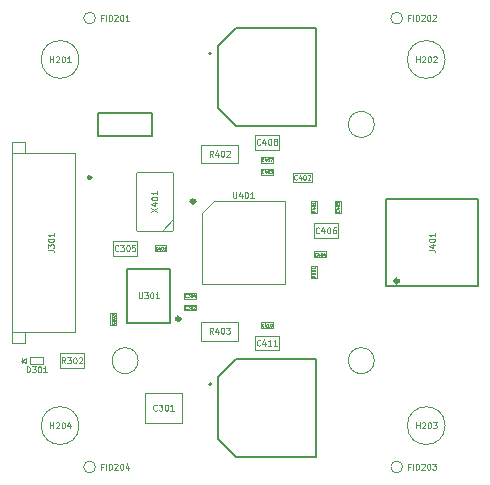
<source format=gbr>
G04 #@! TF.GenerationSoftware,KiCad,Pcbnew,7.0.11*
G04 #@! TF.CreationDate,2024-08-22T15:22:59-04:00*
G04 #@! TF.ProjectId,prism-pcb,70726973-6d2d-4706-9362-2e6b69636164,1.2*
G04 #@! TF.SameCoordinates,Original*
G04 #@! TF.FileFunction,AssemblyDrawing,Top*
%FSLAX46Y46*%
G04 Gerber Fmt 4.6, Leading zero omitted, Abs format (unit mm)*
G04 Created by KiCad (PCBNEW 7.0.11) date 2024-08-22 15:22:59*
%MOMM*%
%LPD*%
G01*
G04 APERTURE LIST*
%ADD10C,0.125000*%
%ADD11C,0.120000*%
%ADD12C,0.062500*%
%ADD13C,0.065000*%
%ADD14C,0.100000*%
%ADD15C,0.200000*%
%ADD16C,0.127000*%
%ADD17C,0.300000*%
%ADD18C,0.025400*%
%ADD19C,0.255000*%
%ADD20C,0.150000*%
G04 APERTURE END LIST*
D10*
X140517950Y-82562904D02*
X140351283Y-82562904D01*
X140351283Y-82824809D02*
X140351283Y-82324809D01*
X140351283Y-82324809D02*
X140589378Y-82324809D01*
X140779854Y-82824809D02*
X140779854Y-82324809D01*
X141017949Y-82824809D02*
X141017949Y-82324809D01*
X141017949Y-82324809D02*
X141136997Y-82324809D01*
X141136997Y-82324809D02*
X141208425Y-82348619D01*
X141208425Y-82348619D02*
X141256044Y-82396238D01*
X141256044Y-82396238D02*
X141279854Y-82443857D01*
X141279854Y-82443857D02*
X141303663Y-82539095D01*
X141303663Y-82539095D02*
X141303663Y-82610523D01*
X141303663Y-82610523D02*
X141279854Y-82705761D01*
X141279854Y-82705761D02*
X141256044Y-82753380D01*
X141256044Y-82753380D02*
X141208425Y-82801000D01*
X141208425Y-82801000D02*
X141136997Y-82824809D01*
X141136997Y-82824809D02*
X141017949Y-82824809D01*
X141494140Y-82372428D02*
X141517949Y-82348619D01*
X141517949Y-82348619D02*
X141565568Y-82324809D01*
X141565568Y-82324809D02*
X141684616Y-82324809D01*
X141684616Y-82324809D02*
X141732235Y-82348619D01*
X141732235Y-82348619D02*
X141756044Y-82372428D01*
X141756044Y-82372428D02*
X141779854Y-82420047D01*
X141779854Y-82420047D02*
X141779854Y-82467666D01*
X141779854Y-82467666D02*
X141756044Y-82539095D01*
X141756044Y-82539095D02*
X141470330Y-82824809D01*
X141470330Y-82824809D02*
X141779854Y-82824809D01*
X142089377Y-82324809D02*
X142136996Y-82324809D01*
X142136996Y-82324809D02*
X142184615Y-82348619D01*
X142184615Y-82348619D02*
X142208425Y-82372428D01*
X142208425Y-82372428D02*
X142232234Y-82420047D01*
X142232234Y-82420047D02*
X142256044Y-82515285D01*
X142256044Y-82515285D02*
X142256044Y-82634333D01*
X142256044Y-82634333D02*
X142232234Y-82729571D01*
X142232234Y-82729571D02*
X142208425Y-82777190D01*
X142208425Y-82777190D02*
X142184615Y-82801000D01*
X142184615Y-82801000D02*
X142136996Y-82824809D01*
X142136996Y-82824809D02*
X142089377Y-82824809D01*
X142089377Y-82824809D02*
X142041758Y-82801000D01*
X142041758Y-82801000D02*
X142017949Y-82777190D01*
X142017949Y-82777190D02*
X141994139Y-82729571D01*
X141994139Y-82729571D02*
X141970330Y-82634333D01*
X141970330Y-82634333D02*
X141970330Y-82515285D01*
X141970330Y-82515285D02*
X141994139Y-82420047D01*
X141994139Y-82420047D02*
X142017949Y-82372428D01*
X142017949Y-82372428D02*
X142041758Y-82348619D01*
X142041758Y-82348619D02*
X142089377Y-82324809D01*
X142732234Y-82824809D02*
X142446520Y-82824809D01*
X142589377Y-82824809D02*
X142589377Y-82324809D01*
X142589377Y-82324809D02*
X142541758Y-82396238D01*
X142541758Y-82396238D02*
X142494139Y-82443857D01*
X142494139Y-82443857D02*
X142446520Y-82467666D01*
X149840476Y-109324809D02*
X149673810Y-109086714D01*
X149554762Y-109324809D02*
X149554762Y-108824809D01*
X149554762Y-108824809D02*
X149745238Y-108824809D01*
X149745238Y-108824809D02*
X149792857Y-108848619D01*
X149792857Y-108848619D02*
X149816667Y-108872428D01*
X149816667Y-108872428D02*
X149840476Y-108920047D01*
X149840476Y-108920047D02*
X149840476Y-108991476D01*
X149840476Y-108991476D02*
X149816667Y-109039095D01*
X149816667Y-109039095D02*
X149792857Y-109062904D01*
X149792857Y-109062904D02*
X149745238Y-109086714D01*
X149745238Y-109086714D02*
X149554762Y-109086714D01*
X150269048Y-108991476D02*
X150269048Y-109324809D01*
X150150000Y-108801000D02*
X150030953Y-109158142D01*
X150030953Y-109158142D02*
X150340476Y-109158142D01*
X150626190Y-108824809D02*
X150673809Y-108824809D01*
X150673809Y-108824809D02*
X150721428Y-108848619D01*
X150721428Y-108848619D02*
X150745238Y-108872428D01*
X150745238Y-108872428D02*
X150769047Y-108920047D01*
X150769047Y-108920047D02*
X150792857Y-109015285D01*
X150792857Y-109015285D02*
X150792857Y-109134333D01*
X150792857Y-109134333D02*
X150769047Y-109229571D01*
X150769047Y-109229571D02*
X150745238Y-109277190D01*
X150745238Y-109277190D02*
X150721428Y-109301000D01*
X150721428Y-109301000D02*
X150673809Y-109324809D01*
X150673809Y-109324809D02*
X150626190Y-109324809D01*
X150626190Y-109324809D02*
X150578571Y-109301000D01*
X150578571Y-109301000D02*
X150554762Y-109277190D01*
X150554762Y-109277190D02*
X150530952Y-109229571D01*
X150530952Y-109229571D02*
X150507143Y-109134333D01*
X150507143Y-109134333D02*
X150507143Y-109015285D01*
X150507143Y-109015285D02*
X150530952Y-108920047D01*
X150530952Y-108920047D02*
X150554762Y-108872428D01*
X150554762Y-108872428D02*
X150578571Y-108848619D01*
X150578571Y-108848619D02*
X150626190Y-108824809D01*
X150959523Y-108824809D02*
X151269047Y-108824809D01*
X151269047Y-108824809D02*
X151102380Y-109015285D01*
X151102380Y-109015285D02*
X151173809Y-109015285D01*
X151173809Y-109015285D02*
X151221428Y-109039095D01*
X151221428Y-109039095D02*
X151245237Y-109062904D01*
X151245237Y-109062904D02*
X151269047Y-109110523D01*
X151269047Y-109110523D02*
X151269047Y-109229571D01*
X151269047Y-109229571D02*
X151245237Y-109277190D01*
X151245237Y-109277190D02*
X151221428Y-109301000D01*
X151221428Y-109301000D02*
X151173809Y-109324809D01*
X151173809Y-109324809D02*
X151030952Y-109324809D01*
X151030952Y-109324809D02*
X150983333Y-109301000D01*
X150983333Y-109301000D02*
X150959523Y-109277190D01*
D11*
X145090476Y-115777450D02*
X145066667Y-115801260D01*
X145066667Y-115801260D02*
X144995238Y-115825069D01*
X144995238Y-115825069D02*
X144947619Y-115825069D01*
X144947619Y-115825069D02*
X144876191Y-115801260D01*
X144876191Y-115801260D02*
X144828572Y-115753640D01*
X144828572Y-115753640D02*
X144804762Y-115706021D01*
X144804762Y-115706021D02*
X144780953Y-115610783D01*
X144780953Y-115610783D02*
X144780953Y-115539355D01*
X144780953Y-115539355D02*
X144804762Y-115444117D01*
X144804762Y-115444117D02*
X144828572Y-115396498D01*
X144828572Y-115396498D02*
X144876191Y-115348879D01*
X144876191Y-115348879D02*
X144947619Y-115325069D01*
X144947619Y-115325069D02*
X144995238Y-115325069D01*
X144995238Y-115325069D02*
X145066667Y-115348879D01*
X145066667Y-115348879D02*
X145090476Y-115372688D01*
X145257143Y-115325069D02*
X145566667Y-115325069D01*
X145566667Y-115325069D02*
X145400000Y-115515545D01*
X145400000Y-115515545D02*
X145471429Y-115515545D01*
X145471429Y-115515545D02*
X145519048Y-115539355D01*
X145519048Y-115539355D02*
X145542857Y-115563164D01*
X145542857Y-115563164D02*
X145566667Y-115610783D01*
X145566667Y-115610783D02*
X145566667Y-115729831D01*
X145566667Y-115729831D02*
X145542857Y-115777450D01*
X145542857Y-115777450D02*
X145519048Y-115801260D01*
X145519048Y-115801260D02*
X145471429Y-115825069D01*
X145471429Y-115825069D02*
X145328572Y-115825069D01*
X145328572Y-115825069D02*
X145280953Y-115801260D01*
X145280953Y-115801260D02*
X145257143Y-115777450D01*
X145876190Y-115325069D02*
X145923809Y-115325069D01*
X145923809Y-115325069D02*
X145971428Y-115348879D01*
X145971428Y-115348879D02*
X145995238Y-115372688D01*
X145995238Y-115372688D02*
X146019047Y-115420307D01*
X146019047Y-115420307D02*
X146042857Y-115515545D01*
X146042857Y-115515545D02*
X146042857Y-115634593D01*
X146042857Y-115634593D02*
X146019047Y-115729831D01*
X146019047Y-115729831D02*
X145995238Y-115777450D01*
X145995238Y-115777450D02*
X145971428Y-115801260D01*
X145971428Y-115801260D02*
X145923809Y-115825069D01*
X145923809Y-115825069D02*
X145876190Y-115825069D01*
X145876190Y-115825069D02*
X145828571Y-115801260D01*
X145828571Y-115801260D02*
X145804762Y-115777450D01*
X145804762Y-115777450D02*
X145780952Y-115729831D01*
X145780952Y-115729831D02*
X145757143Y-115634593D01*
X145757143Y-115634593D02*
X145757143Y-115515545D01*
X145757143Y-115515545D02*
X145780952Y-115420307D01*
X145780952Y-115420307D02*
X145804762Y-115372688D01*
X145804762Y-115372688D02*
X145828571Y-115348879D01*
X145828571Y-115348879D02*
X145876190Y-115325069D01*
X146519047Y-115825069D02*
X146233333Y-115825069D01*
X146376190Y-115825069D02*
X146376190Y-115325069D01*
X146376190Y-115325069D02*
X146328571Y-115396498D01*
X146328571Y-115396498D02*
X146280952Y-115444117D01*
X146280952Y-115444117D02*
X146233333Y-115467926D01*
D12*
X154120238Y-94688595D02*
X154108334Y-94700500D01*
X154108334Y-94700500D02*
X154072619Y-94712404D01*
X154072619Y-94712404D02*
X154048810Y-94712404D01*
X154048810Y-94712404D02*
X154013096Y-94700500D01*
X154013096Y-94700500D02*
X153989286Y-94676690D01*
X153989286Y-94676690D02*
X153977381Y-94652880D01*
X153977381Y-94652880D02*
X153965477Y-94605261D01*
X153965477Y-94605261D02*
X153965477Y-94569547D01*
X153965477Y-94569547D02*
X153977381Y-94521928D01*
X153977381Y-94521928D02*
X153989286Y-94498119D01*
X153989286Y-94498119D02*
X154013096Y-94474309D01*
X154013096Y-94474309D02*
X154048810Y-94462404D01*
X154048810Y-94462404D02*
X154072619Y-94462404D01*
X154072619Y-94462404D02*
X154108334Y-94474309D01*
X154108334Y-94474309D02*
X154120238Y-94486214D01*
X154334524Y-94545738D02*
X154334524Y-94712404D01*
X154275000Y-94450500D02*
X154215477Y-94629071D01*
X154215477Y-94629071D02*
X154370238Y-94629071D01*
X154513095Y-94462404D02*
X154536905Y-94462404D01*
X154536905Y-94462404D02*
X154560714Y-94474309D01*
X154560714Y-94474309D02*
X154572619Y-94486214D01*
X154572619Y-94486214D02*
X154584524Y-94510023D01*
X154584524Y-94510023D02*
X154596429Y-94557642D01*
X154596429Y-94557642D02*
X154596429Y-94617166D01*
X154596429Y-94617166D02*
X154584524Y-94664785D01*
X154584524Y-94664785D02*
X154572619Y-94688595D01*
X154572619Y-94688595D02*
X154560714Y-94700500D01*
X154560714Y-94700500D02*
X154536905Y-94712404D01*
X154536905Y-94712404D02*
X154513095Y-94712404D01*
X154513095Y-94712404D02*
X154489286Y-94700500D01*
X154489286Y-94700500D02*
X154477381Y-94688595D01*
X154477381Y-94688595D02*
X154465476Y-94664785D01*
X154465476Y-94664785D02*
X154453572Y-94617166D01*
X154453572Y-94617166D02*
X154453572Y-94557642D01*
X154453572Y-94557642D02*
X154465476Y-94510023D01*
X154465476Y-94510023D02*
X154477381Y-94486214D01*
X154477381Y-94486214D02*
X154489286Y-94474309D01*
X154489286Y-94474309D02*
X154513095Y-94462404D01*
X154679762Y-94462404D02*
X154846428Y-94462404D01*
X154846428Y-94462404D02*
X154739286Y-94712404D01*
D10*
X158840476Y-100777190D02*
X158816667Y-100801000D01*
X158816667Y-100801000D02*
X158745238Y-100824809D01*
X158745238Y-100824809D02*
X158697619Y-100824809D01*
X158697619Y-100824809D02*
X158626191Y-100801000D01*
X158626191Y-100801000D02*
X158578572Y-100753380D01*
X158578572Y-100753380D02*
X158554762Y-100705761D01*
X158554762Y-100705761D02*
X158530953Y-100610523D01*
X158530953Y-100610523D02*
X158530953Y-100539095D01*
X158530953Y-100539095D02*
X158554762Y-100443857D01*
X158554762Y-100443857D02*
X158578572Y-100396238D01*
X158578572Y-100396238D02*
X158626191Y-100348619D01*
X158626191Y-100348619D02*
X158697619Y-100324809D01*
X158697619Y-100324809D02*
X158745238Y-100324809D01*
X158745238Y-100324809D02*
X158816667Y-100348619D01*
X158816667Y-100348619D02*
X158840476Y-100372428D01*
X159269048Y-100491476D02*
X159269048Y-100824809D01*
X159150000Y-100301000D02*
X159030953Y-100658142D01*
X159030953Y-100658142D02*
X159340476Y-100658142D01*
X159626190Y-100324809D02*
X159673809Y-100324809D01*
X159673809Y-100324809D02*
X159721428Y-100348619D01*
X159721428Y-100348619D02*
X159745238Y-100372428D01*
X159745238Y-100372428D02*
X159769047Y-100420047D01*
X159769047Y-100420047D02*
X159792857Y-100515285D01*
X159792857Y-100515285D02*
X159792857Y-100634333D01*
X159792857Y-100634333D02*
X159769047Y-100729571D01*
X159769047Y-100729571D02*
X159745238Y-100777190D01*
X159745238Y-100777190D02*
X159721428Y-100801000D01*
X159721428Y-100801000D02*
X159673809Y-100824809D01*
X159673809Y-100824809D02*
X159626190Y-100824809D01*
X159626190Y-100824809D02*
X159578571Y-100801000D01*
X159578571Y-100801000D02*
X159554762Y-100777190D01*
X159554762Y-100777190D02*
X159530952Y-100729571D01*
X159530952Y-100729571D02*
X159507143Y-100634333D01*
X159507143Y-100634333D02*
X159507143Y-100515285D01*
X159507143Y-100515285D02*
X159530952Y-100420047D01*
X159530952Y-100420047D02*
X159554762Y-100372428D01*
X159554762Y-100372428D02*
X159578571Y-100348619D01*
X159578571Y-100348619D02*
X159626190Y-100324809D01*
X160221428Y-100324809D02*
X160126190Y-100324809D01*
X160126190Y-100324809D02*
X160078571Y-100348619D01*
X160078571Y-100348619D02*
X160054761Y-100372428D01*
X160054761Y-100372428D02*
X160007142Y-100443857D01*
X160007142Y-100443857D02*
X159983333Y-100539095D01*
X159983333Y-100539095D02*
X159983333Y-100729571D01*
X159983333Y-100729571D02*
X160007142Y-100777190D01*
X160007142Y-100777190D02*
X160030952Y-100801000D01*
X160030952Y-100801000D02*
X160078571Y-100824809D01*
X160078571Y-100824809D02*
X160173809Y-100824809D01*
X160173809Y-100824809D02*
X160221428Y-100801000D01*
X160221428Y-100801000D02*
X160245237Y-100777190D01*
X160245237Y-100777190D02*
X160269047Y-100729571D01*
X160269047Y-100729571D02*
X160269047Y-100610523D01*
X160269047Y-100610523D02*
X160245237Y-100562904D01*
X160245237Y-100562904D02*
X160221428Y-100539095D01*
X160221428Y-100539095D02*
X160173809Y-100515285D01*
X160173809Y-100515285D02*
X160078571Y-100515285D01*
X160078571Y-100515285D02*
X160030952Y-100539095D01*
X160030952Y-100539095D02*
X160007142Y-100562904D01*
X160007142Y-100562904D02*
X159983333Y-100610523D01*
X167042857Y-117324809D02*
X167042857Y-116824809D01*
X167042857Y-117062904D02*
X167328571Y-117062904D01*
X167328571Y-117324809D02*
X167328571Y-116824809D01*
X167542858Y-116872428D02*
X167566667Y-116848619D01*
X167566667Y-116848619D02*
X167614286Y-116824809D01*
X167614286Y-116824809D02*
X167733334Y-116824809D01*
X167733334Y-116824809D02*
X167780953Y-116848619D01*
X167780953Y-116848619D02*
X167804762Y-116872428D01*
X167804762Y-116872428D02*
X167828572Y-116920047D01*
X167828572Y-116920047D02*
X167828572Y-116967666D01*
X167828572Y-116967666D02*
X167804762Y-117039095D01*
X167804762Y-117039095D02*
X167519048Y-117324809D01*
X167519048Y-117324809D02*
X167828572Y-117324809D01*
X168138095Y-116824809D02*
X168185714Y-116824809D01*
X168185714Y-116824809D02*
X168233333Y-116848619D01*
X168233333Y-116848619D02*
X168257143Y-116872428D01*
X168257143Y-116872428D02*
X168280952Y-116920047D01*
X168280952Y-116920047D02*
X168304762Y-117015285D01*
X168304762Y-117015285D02*
X168304762Y-117134333D01*
X168304762Y-117134333D02*
X168280952Y-117229571D01*
X168280952Y-117229571D02*
X168257143Y-117277190D01*
X168257143Y-117277190D02*
X168233333Y-117301000D01*
X168233333Y-117301000D02*
X168185714Y-117324809D01*
X168185714Y-117324809D02*
X168138095Y-117324809D01*
X168138095Y-117324809D02*
X168090476Y-117301000D01*
X168090476Y-117301000D02*
X168066667Y-117277190D01*
X168066667Y-117277190D02*
X168042857Y-117229571D01*
X168042857Y-117229571D02*
X168019048Y-117134333D01*
X168019048Y-117134333D02*
X168019048Y-117015285D01*
X168019048Y-117015285D02*
X168042857Y-116920047D01*
X168042857Y-116920047D02*
X168066667Y-116872428D01*
X168066667Y-116872428D02*
X168090476Y-116848619D01*
X168090476Y-116848619D02*
X168138095Y-116824809D01*
X168471428Y-116824809D02*
X168780952Y-116824809D01*
X168780952Y-116824809D02*
X168614285Y-117015285D01*
X168614285Y-117015285D02*
X168685714Y-117015285D01*
X168685714Y-117015285D02*
X168733333Y-117039095D01*
X168733333Y-117039095D02*
X168757142Y-117062904D01*
X168757142Y-117062904D02*
X168780952Y-117110523D01*
X168780952Y-117110523D02*
X168780952Y-117229571D01*
X168780952Y-117229571D02*
X168757142Y-117277190D01*
X168757142Y-117277190D02*
X168733333Y-117301000D01*
X168733333Y-117301000D02*
X168685714Y-117324809D01*
X168685714Y-117324809D02*
X168542857Y-117324809D01*
X168542857Y-117324809D02*
X168495238Y-117301000D01*
X168495238Y-117301000D02*
X168471428Y-117277190D01*
D12*
X158620238Y-102688595D02*
X158608334Y-102700500D01*
X158608334Y-102700500D02*
X158572619Y-102712404D01*
X158572619Y-102712404D02*
X158548810Y-102712404D01*
X158548810Y-102712404D02*
X158513096Y-102700500D01*
X158513096Y-102700500D02*
X158489286Y-102676690D01*
X158489286Y-102676690D02*
X158477381Y-102652880D01*
X158477381Y-102652880D02*
X158465477Y-102605261D01*
X158465477Y-102605261D02*
X158465477Y-102569547D01*
X158465477Y-102569547D02*
X158477381Y-102521928D01*
X158477381Y-102521928D02*
X158489286Y-102498119D01*
X158489286Y-102498119D02*
X158513096Y-102474309D01*
X158513096Y-102474309D02*
X158548810Y-102462404D01*
X158548810Y-102462404D02*
X158572619Y-102462404D01*
X158572619Y-102462404D02*
X158608334Y-102474309D01*
X158608334Y-102474309D02*
X158620238Y-102486214D01*
X158834524Y-102545738D02*
X158834524Y-102712404D01*
X158775000Y-102450500D02*
X158715477Y-102629071D01*
X158715477Y-102629071D02*
X158870238Y-102629071D01*
X159013095Y-102462404D02*
X159036905Y-102462404D01*
X159036905Y-102462404D02*
X159060714Y-102474309D01*
X159060714Y-102474309D02*
X159072619Y-102486214D01*
X159072619Y-102486214D02*
X159084524Y-102510023D01*
X159084524Y-102510023D02*
X159096429Y-102557642D01*
X159096429Y-102557642D02*
X159096429Y-102617166D01*
X159096429Y-102617166D02*
X159084524Y-102664785D01*
X159084524Y-102664785D02*
X159072619Y-102688595D01*
X159072619Y-102688595D02*
X159060714Y-102700500D01*
X159060714Y-102700500D02*
X159036905Y-102712404D01*
X159036905Y-102712404D02*
X159013095Y-102712404D01*
X159013095Y-102712404D02*
X158989286Y-102700500D01*
X158989286Y-102700500D02*
X158977381Y-102688595D01*
X158977381Y-102688595D02*
X158965476Y-102664785D01*
X158965476Y-102664785D02*
X158953572Y-102617166D01*
X158953572Y-102617166D02*
X158953572Y-102557642D01*
X158953572Y-102557642D02*
X158965476Y-102510023D01*
X158965476Y-102510023D02*
X158977381Y-102486214D01*
X158977381Y-102486214D02*
X158989286Y-102474309D01*
X158989286Y-102474309D02*
X159013095Y-102462404D01*
X159310714Y-102545738D02*
X159310714Y-102712404D01*
X159251190Y-102450500D02*
X159191667Y-102629071D01*
X159191667Y-102629071D02*
X159346428Y-102629071D01*
D11*
X168125069Y-102242856D02*
X168482212Y-102242856D01*
X168482212Y-102242856D02*
X168553640Y-102266665D01*
X168553640Y-102266665D02*
X168601260Y-102314284D01*
X168601260Y-102314284D02*
X168625069Y-102385713D01*
X168625069Y-102385713D02*
X168625069Y-102433332D01*
X168291736Y-101790475D02*
X168625069Y-101790475D01*
X168101260Y-101909523D02*
X168458402Y-102028570D01*
X168458402Y-102028570D02*
X168458402Y-101719047D01*
X168125069Y-101433333D02*
X168125069Y-101385714D01*
X168125069Y-101385714D02*
X168148879Y-101338095D01*
X168148879Y-101338095D02*
X168172688Y-101314285D01*
X168172688Y-101314285D02*
X168220307Y-101290476D01*
X168220307Y-101290476D02*
X168315545Y-101266666D01*
X168315545Y-101266666D02*
X168434593Y-101266666D01*
X168434593Y-101266666D02*
X168529831Y-101290476D01*
X168529831Y-101290476D02*
X168577450Y-101314285D01*
X168577450Y-101314285D02*
X168601260Y-101338095D01*
X168601260Y-101338095D02*
X168625069Y-101385714D01*
X168625069Y-101385714D02*
X168625069Y-101433333D01*
X168625069Y-101433333D02*
X168601260Y-101480952D01*
X168601260Y-101480952D02*
X168577450Y-101504761D01*
X168577450Y-101504761D02*
X168529831Y-101528571D01*
X168529831Y-101528571D02*
X168434593Y-101552380D01*
X168434593Y-101552380D02*
X168315545Y-101552380D01*
X168315545Y-101552380D02*
X168220307Y-101528571D01*
X168220307Y-101528571D02*
X168172688Y-101504761D01*
X168172688Y-101504761D02*
X168148879Y-101480952D01*
X168148879Y-101480952D02*
X168125069Y-101433333D01*
X168625069Y-100790476D02*
X168625069Y-101076190D01*
X168625069Y-100933333D02*
X168125069Y-100933333D01*
X168125069Y-100933333D02*
X168196498Y-100980952D01*
X168196498Y-100980952D02*
X168244117Y-101028571D01*
X168244117Y-101028571D02*
X168267926Y-101076190D01*
D10*
X153840476Y-110277190D02*
X153816667Y-110301000D01*
X153816667Y-110301000D02*
X153745238Y-110324809D01*
X153745238Y-110324809D02*
X153697619Y-110324809D01*
X153697619Y-110324809D02*
X153626191Y-110301000D01*
X153626191Y-110301000D02*
X153578572Y-110253380D01*
X153578572Y-110253380D02*
X153554762Y-110205761D01*
X153554762Y-110205761D02*
X153530953Y-110110523D01*
X153530953Y-110110523D02*
X153530953Y-110039095D01*
X153530953Y-110039095D02*
X153554762Y-109943857D01*
X153554762Y-109943857D02*
X153578572Y-109896238D01*
X153578572Y-109896238D02*
X153626191Y-109848619D01*
X153626191Y-109848619D02*
X153697619Y-109824809D01*
X153697619Y-109824809D02*
X153745238Y-109824809D01*
X153745238Y-109824809D02*
X153816667Y-109848619D01*
X153816667Y-109848619D02*
X153840476Y-109872428D01*
X154269048Y-109991476D02*
X154269048Y-110324809D01*
X154150000Y-109801000D02*
X154030953Y-110158142D01*
X154030953Y-110158142D02*
X154340476Y-110158142D01*
X154792857Y-110324809D02*
X154507143Y-110324809D01*
X154650000Y-110324809D02*
X154650000Y-109824809D01*
X154650000Y-109824809D02*
X154602381Y-109896238D01*
X154602381Y-109896238D02*
X154554762Y-109943857D01*
X154554762Y-109943857D02*
X154507143Y-109967666D01*
X155269047Y-110324809D02*
X154983333Y-110324809D01*
X155126190Y-110324809D02*
X155126190Y-109824809D01*
X155126190Y-109824809D02*
X155078571Y-109896238D01*
X155078571Y-109896238D02*
X155030952Y-109943857D01*
X155030952Y-109943857D02*
X154983333Y-109967666D01*
D12*
X154120238Y-95688595D02*
X154108334Y-95700500D01*
X154108334Y-95700500D02*
X154072619Y-95712404D01*
X154072619Y-95712404D02*
X154048810Y-95712404D01*
X154048810Y-95712404D02*
X154013096Y-95700500D01*
X154013096Y-95700500D02*
X153989286Y-95676690D01*
X153989286Y-95676690D02*
X153977381Y-95652880D01*
X153977381Y-95652880D02*
X153965477Y-95605261D01*
X153965477Y-95605261D02*
X153965477Y-95569547D01*
X153965477Y-95569547D02*
X153977381Y-95521928D01*
X153977381Y-95521928D02*
X153989286Y-95498119D01*
X153989286Y-95498119D02*
X154013096Y-95474309D01*
X154013096Y-95474309D02*
X154048810Y-95462404D01*
X154048810Y-95462404D02*
X154072619Y-95462404D01*
X154072619Y-95462404D02*
X154108334Y-95474309D01*
X154108334Y-95474309D02*
X154120238Y-95486214D01*
X154334524Y-95545738D02*
X154334524Y-95712404D01*
X154275000Y-95450500D02*
X154215477Y-95629071D01*
X154215477Y-95629071D02*
X154370238Y-95629071D01*
X154513095Y-95462404D02*
X154536905Y-95462404D01*
X154536905Y-95462404D02*
X154560714Y-95474309D01*
X154560714Y-95474309D02*
X154572619Y-95486214D01*
X154572619Y-95486214D02*
X154584524Y-95510023D01*
X154584524Y-95510023D02*
X154596429Y-95557642D01*
X154596429Y-95557642D02*
X154596429Y-95617166D01*
X154596429Y-95617166D02*
X154584524Y-95664785D01*
X154584524Y-95664785D02*
X154572619Y-95688595D01*
X154572619Y-95688595D02*
X154560714Y-95700500D01*
X154560714Y-95700500D02*
X154536905Y-95712404D01*
X154536905Y-95712404D02*
X154513095Y-95712404D01*
X154513095Y-95712404D02*
X154489286Y-95700500D01*
X154489286Y-95700500D02*
X154477381Y-95688595D01*
X154477381Y-95688595D02*
X154465476Y-95664785D01*
X154465476Y-95664785D02*
X154453572Y-95617166D01*
X154453572Y-95617166D02*
X154453572Y-95557642D01*
X154453572Y-95557642D02*
X154465476Y-95510023D01*
X154465476Y-95510023D02*
X154477381Y-95486214D01*
X154477381Y-95486214D02*
X154489286Y-95474309D01*
X154489286Y-95474309D02*
X154513095Y-95462404D01*
X154679762Y-95462404D02*
X154834524Y-95462404D01*
X154834524Y-95462404D02*
X154751190Y-95557642D01*
X154751190Y-95557642D02*
X154786905Y-95557642D01*
X154786905Y-95557642D02*
X154810714Y-95569547D01*
X154810714Y-95569547D02*
X154822619Y-95581452D01*
X154822619Y-95581452D02*
X154834524Y-95605261D01*
X154834524Y-95605261D02*
X154834524Y-95664785D01*
X154834524Y-95664785D02*
X154822619Y-95688595D01*
X154822619Y-95688595D02*
X154810714Y-95700500D01*
X154810714Y-95700500D02*
X154786905Y-95712404D01*
X154786905Y-95712404D02*
X154715476Y-95712404D01*
X154715476Y-95712404D02*
X154691667Y-95700500D01*
X154691667Y-95700500D02*
X154679762Y-95688595D01*
D10*
X134054762Y-112574809D02*
X134054762Y-112074809D01*
X134054762Y-112074809D02*
X134173810Y-112074809D01*
X134173810Y-112074809D02*
X134245238Y-112098619D01*
X134245238Y-112098619D02*
X134292857Y-112146238D01*
X134292857Y-112146238D02*
X134316667Y-112193857D01*
X134316667Y-112193857D02*
X134340476Y-112289095D01*
X134340476Y-112289095D02*
X134340476Y-112360523D01*
X134340476Y-112360523D02*
X134316667Y-112455761D01*
X134316667Y-112455761D02*
X134292857Y-112503380D01*
X134292857Y-112503380D02*
X134245238Y-112551000D01*
X134245238Y-112551000D02*
X134173810Y-112574809D01*
X134173810Y-112574809D02*
X134054762Y-112574809D01*
X134507143Y-112074809D02*
X134816667Y-112074809D01*
X134816667Y-112074809D02*
X134650000Y-112265285D01*
X134650000Y-112265285D02*
X134721429Y-112265285D01*
X134721429Y-112265285D02*
X134769048Y-112289095D01*
X134769048Y-112289095D02*
X134792857Y-112312904D01*
X134792857Y-112312904D02*
X134816667Y-112360523D01*
X134816667Y-112360523D02*
X134816667Y-112479571D01*
X134816667Y-112479571D02*
X134792857Y-112527190D01*
X134792857Y-112527190D02*
X134769048Y-112551000D01*
X134769048Y-112551000D02*
X134721429Y-112574809D01*
X134721429Y-112574809D02*
X134578572Y-112574809D01*
X134578572Y-112574809D02*
X134530953Y-112551000D01*
X134530953Y-112551000D02*
X134507143Y-112527190D01*
X135126190Y-112074809D02*
X135173809Y-112074809D01*
X135173809Y-112074809D02*
X135221428Y-112098619D01*
X135221428Y-112098619D02*
X135245238Y-112122428D01*
X135245238Y-112122428D02*
X135269047Y-112170047D01*
X135269047Y-112170047D02*
X135292857Y-112265285D01*
X135292857Y-112265285D02*
X135292857Y-112384333D01*
X135292857Y-112384333D02*
X135269047Y-112479571D01*
X135269047Y-112479571D02*
X135245238Y-112527190D01*
X135245238Y-112527190D02*
X135221428Y-112551000D01*
X135221428Y-112551000D02*
X135173809Y-112574809D01*
X135173809Y-112574809D02*
X135126190Y-112574809D01*
X135126190Y-112574809D02*
X135078571Y-112551000D01*
X135078571Y-112551000D02*
X135054762Y-112527190D01*
X135054762Y-112527190D02*
X135030952Y-112479571D01*
X135030952Y-112479571D02*
X135007143Y-112384333D01*
X135007143Y-112384333D02*
X135007143Y-112265285D01*
X135007143Y-112265285D02*
X135030952Y-112170047D01*
X135030952Y-112170047D02*
X135054762Y-112122428D01*
X135054762Y-112122428D02*
X135078571Y-112098619D01*
X135078571Y-112098619D02*
X135126190Y-112074809D01*
X135769047Y-112574809D02*
X135483333Y-112574809D01*
X135626190Y-112574809D02*
X135626190Y-112074809D01*
X135626190Y-112074809D02*
X135578571Y-112146238D01*
X135578571Y-112146238D02*
X135530952Y-112193857D01*
X135530952Y-112193857D02*
X135483333Y-112217666D01*
X135874809Y-102242856D02*
X136231952Y-102242856D01*
X136231952Y-102242856D02*
X136303380Y-102266665D01*
X136303380Y-102266665D02*
X136351000Y-102314284D01*
X136351000Y-102314284D02*
X136374809Y-102385713D01*
X136374809Y-102385713D02*
X136374809Y-102433332D01*
X135874809Y-102052380D02*
X135874809Y-101742856D01*
X135874809Y-101742856D02*
X136065285Y-101909523D01*
X136065285Y-101909523D02*
X136065285Y-101838094D01*
X136065285Y-101838094D02*
X136089095Y-101790475D01*
X136089095Y-101790475D02*
X136112904Y-101766666D01*
X136112904Y-101766666D02*
X136160523Y-101742856D01*
X136160523Y-101742856D02*
X136279571Y-101742856D01*
X136279571Y-101742856D02*
X136327190Y-101766666D01*
X136327190Y-101766666D02*
X136351000Y-101790475D01*
X136351000Y-101790475D02*
X136374809Y-101838094D01*
X136374809Y-101838094D02*
X136374809Y-101980951D01*
X136374809Y-101980951D02*
X136351000Y-102028570D01*
X136351000Y-102028570D02*
X136327190Y-102052380D01*
X135874809Y-101433333D02*
X135874809Y-101385714D01*
X135874809Y-101385714D02*
X135898619Y-101338095D01*
X135898619Y-101338095D02*
X135922428Y-101314285D01*
X135922428Y-101314285D02*
X135970047Y-101290476D01*
X135970047Y-101290476D02*
X136065285Y-101266666D01*
X136065285Y-101266666D02*
X136184333Y-101266666D01*
X136184333Y-101266666D02*
X136279571Y-101290476D01*
X136279571Y-101290476D02*
X136327190Y-101314285D01*
X136327190Y-101314285D02*
X136351000Y-101338095D01*
X136351000Y-101338095D02*
X136374809Y-101385714D01*
X136374809Y-101385714D02*
X136374809Y-101433333D01*
X136374809Y-101433333D02*
X136351000Y-101480952D01*
X136351000Y-101480952D02*
X136327190Y-101504761D01*
X136327190Y-101504761D02*
X136279571Y-101528571D01*
X136279571Y-101528571D02*
X136184333Y-101552380D01*
X136184333Y-101552380D02*
X136065285Y-101552380D01*
X136065285Y-101552380D02*
X135970047Y-101528571D01*
X135970047Y-101528571D02*
X135922428Y-101504761D01*
X135922428Y-101504761D02*
X135898619Y-101480952D01*
X135898619Y-101480952D02*
X135874809Y-101433333D01*
X136374809Y-100790476D02*
X136374809Y-101076190D01*
X136374809Y-100933333D02*
X135874809Y-100933333D01*
X135874809Y-100933333D02*
X135946238Y-100980952D01*
X135946238Y-100980952D02*
X135993857Y-101028571D01*
X135993857Y-101028571D02*
X136017666Y-101076190D01*
X153840476Y-93277190D02*
X153816667Y-93301000D01*
X153816667Y-93301000D02*
X153745238Y-93324809D01*
X153745238Y-93324809D02*
X153697619Y-93324809D01*
X153697619Y-93324809D02*
X153626191Y-93301000D01*
X153626191Y-93301000D02*
X153578572Y-93253380D01*
X153578572Y-93253380D02*
X153554762Y-93205761D01*
X153554762Y-93205761D02*
X153530953Y-93110523D01*
X153530953Y-93110523D02*
X153530953Y-93039095D01*
X153530953Y-93039095D02*
X153554762Y-92943857D01*
X153554762Y-92943857D02*
X153578572Y-92896238D01*
X153578572Y-92896238D02*
X153626191Y-92848619D01*
X153626191Y-92848619D02*
X153697619Y-92824809D01*
X153697619Y-92824809D02*
X153745238Y-92824809D01*
X153745238Y-92824809D02*
X153816667Y-92848619D01*
X153816667Y-92848619D02*
X153840476Y-92872428D01*
X154269048Y-92991476D02*
X154269048Y-93324809D01*
X154150000Y-92801000D02*
X154030953Y-93158142D01*
X154030953Y-93158142D02*
X154340476Y-93158142D01*
X154626190Y-92824809D02*
X154673809Y-92824809D01*
X154673809Y-92824809D02*
X154721428Y-92848619D01*
X154721428Y-92848619D02*
X154745238Y-92872428D01*
X154745238Y-92872428D02*
X154769047Y-92920047D01*
X154769047Y-92920047D02*
X154792857Y-93015285D01*
X154792857Y-93015285D02*
X154792857Y-93134333D01*
X154792857Y-93134333D02*
X154769047Y-93229571D01*
X154769047Y-93229571D02*
X154745238Y-93277190D01*
X154745238Y-93277190D02*
X154721428Y-93301000D01*
X154721428Y-93301000D02*
X154673809Y-93324809D01*
X154673809Y-93324809D02*
X154626190Y-93324809D01*
X154626190Y-93324809D02*
X154578571Y-93301000D01*
X154578571Y-93301000D02*
X154554762Y-93277190D01*
X154554762Y-93277190D02*
X154530952Y-93229571D01*
X154530952Y-93229571D02*
X154507143Y-93134333D01*
X154507143Y-93134333D02*
X154507143Y-93015285D01*
X154507143Y-93015285D02*
X154530952Y-92920047D01*
X154530952Y-92920047D02*
X154554762Y-92872428D01*
X154554762Y-92872428D02*
X154578571Y-92848619D01*
X154578571Y-92848619D02*
X154626190Y-92824809D01*
X155078571Y-93039095D02*
X155030952Y-93015285D01*
X155030952Y-93015285D02*
X155007142Y-92991476D01*
X155007142Y-92991476D02*
X154983333Y-92943857D01*
X154983333Y-92943857D02*
X154983333Y-92920047D01*
X154983333Y-92920047D02*
X155007142Y-92872428D01*
X155007142Y-92872428D02*
X155030952Y-92848619D01*
X155030952Y-92848619D02*
X155078571Y-92824809D01*
X155078571Y-92824809D02*
X155173809Y-92824809D01*
X155173809Y-92824809D02*
X155221428Y-92848619D01*
X155221428Y-92848619D02*
X155245237Y-92872428D01*
X155245237Y-92872428D02*
X155269047Y-92920047D01*
X155269047Y-92920047D02*
X155269047Y-92943857D01*
X155269047Y-92943857D02*
X155245237Y-92991476D01*
X155245237Y-92991476D02*
X155221428Y-93015285D01*
X155221428Y-93015285D02*
X155173809Y-93039095D01*
X155173809Y-93039095D02*
X155078571Y-93039095D01*
X155078571Y-93039095D02*
X155030952Y-93062904D01*
X155030952Y-93062904D02*
X155007142Y-93086714D01*
X155007142Y-93086714D02*
X154983333Y-93134333D01*
X154983333Y-93134333D02*
X154983333Y-93229571D01*
X154983333Y-93229571D02*
X155007142Y-93277190D01*
X155007142Y-93277190D02*
X155030952Y-93301000D01*
X155030952Y-93301000D02*
X155078571Y-93324809D01*
X155078571Y-93324809D02*
X155173809Y-93324809D01*
X155173809Y-93324809D02*
X155221428Y-93301000D01*
X155221428Y-93301000D02*
X155245237Y-93277190D01*
X155245237Y-93277190D02*
X155269047Y-93229571D01*
X155269047Y-93229571D02*
X155269047Y-93134333D01*
X155269047Y-93134333D02*
X155245237Y-93086714D01*
X155245237Y-93086714D02*
X155221428Y-93062904D01*
X155221428Y-93062904D02*
X155173809Y-93039095D01*
X151542857Y-97324809D02*
X151542857Y-97729571D01*
X151542857Y-97729571D02*
X151566667Y-97777190D01*
X151566667Y-97777190D02*
X151590476Y-97801000D01*
X151590476Y-97801000D02*
X151638095Y-97824809D01*
X151638095Y-97824809D02*
X151733333Y-97824809D01*
X151733333Y-97824809D02*
X151780952Y-97801000D01*
X151780952Y-97801000D02*
X151804762Y-97777190D01*
X151804762Y-97777190D02*
X151828571Y-97729571D01*
X151828571Y-97729571D02*
X151828571Y-97324809D01*
X152280953Y-97491476D02*
X152280953Y-97824809D01*
X152161905Y-97301000D02*
X152042858Y-97658142D01*
X152042858Y-97658142D02*
X152352381Y-97658142D01*
X152638095Y-97324809D02*
X152685714Y-97324809D01*
X152685714Y-97324809D02*
X152733333Y-97348619D01*
X152733333Y-97348619D02*
X152757143Y-97372428D01*
X152757143Y-97372428D02*
X152780952Y-97420047D01*
X152780952Y-97420047D02*
X152804762Y-97515285D01*
X152804762Y-97515285D02*
X152804762Y-97634333D01*
X152804762Y-97634333D02*
X152780952Y-97729571D01*
X152780952Y-97729571D02*
X152757143Y-97777190D01*
X152757143Y-97777190D02*
X152733333Y-97801000D01*
X152733333Y-97801000D02*
X152685714Y-97824809D01*
X152685714Y-97824809D02*
X152638095Y-97824809D01*
X152638095Y-97824809D02*
X152590476Y-97801000D01*
X152590476Y-97801000D02*
X152566667Y-97777190D01*
X152566667Y-97777190D02*
X152542857Y-97729571D01*
X152542857Y-97729571D02*
X152519048Y-97634333D01*
X152519048Y-97634333D02*
X152519048Y-97515285D01*
X152519048Y-97515285D02*
X152542857Y-97420047D01*
X152542857Y-97420047D02*
X152566667Y-97372428D01*
X152566667Y-97372428D02*
X152590476Y-97348619D01*
X152590476Y-97348619D02*
X152638095Y-97324809D01*
X153280952Y-97824809D02*
X152995238Y-97824809D01*
X153138095Y-97824809D02*
X153138095Y-97324809D01*
X153138095Y-97324809D02*
X153090476Y-97396238D01*
X153090476Y-97396238D02*
X153042857Y-97443857D01*
X153042857Y-97443857D02*
X152995238Y-97467666D01*
D12*
X154120238Y-108688595D02*
X154108334Y-108700500D01*
X154108334Y-108700500D02*
X154072619Y-108712404D01*
X154072619Y-108712404D02*
X154048810Y-108712404D01*
X154048810Y-108712404D02*
X154013096Y-108700500D01*
X154013096Y-108700500D02*
X153989286Y-108676690D01*
X153989286Y-108676690D02*
X153977381Y-108652880D01*
X153977381Y-108652880D02*
X153965477Y-108605261D01*
X153965477Y-108605261D02*
X153965477Y-108569547D01*
X153965477Y-108569547D02*
X153977381Y-108521928D01*
X153977381Y-108521928D02*
X153989286Y-108498119D01*
X153989286Y-108498119D02*
X154013096Y-108474309D01*
X154013096Y-108474309D02*
X154048810Y-108462404D01*
X154048810Y-108462404D02*
X154072619Y-108462404D01*
X154072619Y-108462404D02*
X154108334Y-108474309D01*
X154108334Y-108474309D02*
X154120238Y-108486214D01*
X154334524Y-108545738D02*
X154334524Y-108712404D01*
X154275000Y-108450500D02*
X154215477Y-108629071D01*
X154215477Y-108629071D02*
X154370238Y-108629071D01*
X154596429Y-108712404D02*
X154453572Y-108712404D01*
X154525000Y-108712404D02*
X154525000Y-108462404D01*
X154525000Y-108462404D02*
X154501191Y-108498119D01*
X154501191Y-108498119D02*
X154477381Y-108521928D01*
X154477381Y-108521928D02*
X154453572Y-108533833D01*
X154751190Y-108462404D02*
X154775000Y-108462404D01*
X154775000Y-108462404D02*
X154798809Y-108474309D01*
X154798809Y-108474309D02*
X154810714Y-108486214D01*
X154810714Y-108486214D02*
X154822619Y-108510023D01*
X154822619Y-108510023D02*
X154834524Y-108557642D01*
X154834524Y-108557642D02*
X154834524Y-108617166D01*
X154834524Y-108617166D02*
X154822619Y-108664785D01*
X154822619Y-108664785D02*
X154810714Y-108688595D01*
X154810714Y-108688595D02*
X154798809Y-108700500D01*
X154798809Y-108700500D02*
X154775000Y-108712404D01*
X154775000Y-108712404D02*
X154751190Y-108712404D01*
X154751190Y-108712404D02*
X154727381Y-108700500D01*
X154727381Y-108700500D02*
X154715476Y-108688595D01*
X154715476Y-108688595D02*
X154703571Y-108664785D01*
X154703571Y-108664785D02*
X154691667Y-108617166D01*
X154691667Y-108617166D02*
X154691667Y-108557642D01*
X154691667Y-108557642D02*
X154703571Y-108510023D01*
X154703571Y-108510023D02*
X154715476Y-108486214D01*
X154715476Y-108486214D02*
X154727381Y-108474309D01*
X154727381Y-108474309D02*
X154751190Y-108462404D01*
D10*
X137340476Y-111824809D02*
X137173810Y-111586714D01*
X137054762Y-111824809D02*
X137054762Y-111324809D01*
X137054762Y-111324809D02*
X137245238Y-111324809D01*
X137245238Y-111324809D02*
X137292857Y-111348619D01*
X137292857Y-111348619D02*
X137316667Y-111372428D01*
X137316667Y-111372428D02*
X137340476Y-111420047D01*
X137340476Y-111420047D02*
X137340476Y-111491476D01*
X137340476Y-111491476D02*
X137316667Y-111539095D01*
X137316667Y-111539095D02*
X137292857Y-111562904D01*
X137292857Y-111562904D02*
X137245238Y-111586714D01*
X137245238Y-111586714D02*
X137054762Y-111586714D01*
X137507143Y-111324809D02*
X137816667Y-111324809D01*
X137816667Y-111324809D02*
X137650000Y-111515285D01*
X137650000Y-111515285D02*
X137721429Y-111515285D01*
X137721429Y-111515285D02*
X137769048Y-111539095D01*
X137769048Y-111539095D02*
X137792857Y-111562904D01*
X137792857Y-111562904D02*
X137816667Y-111610523D01*
X137816667Y-111610523D02*
X137816667Y-111729571D01*
X137816667Y-111729571D02*
X137792857Y-111777190D01*
X137792857Y-111777190D02*
X137769048Y-111801000D01*
X137769048Y-111801000D02*
X137721429Y-111824809D01*
X137721429Y-111824809D02*
X137578572Y-111824809D01*
X137578572Y-111824809D02*
X137530953Y-111801000D01*
X137530953Y-111801000D02*
X137507143Y-111777190D01*
X138126190Y-111324809D02*
X138173809Y-111324809D01*
X138173809Y-111324809D02*
X138221428Y-111348619D01*
X138221428Y-111348619D02*
X138245238Y-111372428D01*
X138245238Y-111372428D02*
X138269047Y-111420047D01*
X138269047Y-111420047D02*
X138292857Y-111515285D01*
X138292857Y-111515285D02*
X138292857Y-111634333D01*
X138292857Y-111634333D02*
X138269047Y-111729571D01*
X138269047Y-111729571D02*
X138245238Y-111777190D01*
X138245238Y-111777190D02*
X138221428Y-111801000D01*
X138221428Y-111801000D02*
X138173809Y-111824809D01*
X138173809Y-111824809D02*
X138126190Y-111824809D01*
X138126190Y-111824809D02*
X138078571Y-111801000D01*
X138078571Y-111801000D02*
X138054762Y-111777190D01*
X138054762Y-111777190D02*
X138030952Y-111729571D01*
X138030952Y-111729571D02*
X138007143Y-111634333D01*
X138007143Y-111634333D02*
X138007143Y-111515285D01*
X138007143Y-111515285D02*
X138030952Y-111420047D01*
X138030952Y-111420047D02*
X138054762Y-111372428D01*
X138054762Y-111372428D02*
X138078571Y-111348619D01*
X138078571Y-111348619D02*
X138126190Y-111324809D01*
X138483333Y-111372428D02*
X138507142Y-111348619D01*
X138507142Y-111348619D02*
X138554761Y-111324809D01*
X138554761Y-111324809D02*
X138673809Y-111324809D01*
X138673809Y-111324809D02*
X138721428Y-111348619D01*
X138721428Y-111348619D02*
X138745237Y-111372428D01*
X138745237Y-111372428D02*
X138769047Y-111420047D01*
X138769047Y-111420047D02*
X138769047Y-111467666D01*
X138769047Y-111467666D02*
X138745237Y-111539095D01*
X138745237Y-111539095D02*
X138459523Y-111824809D01*
X138459523Y-111824809D02*
X138769047Y-111824809D01*
X149840476Y-94324809D02*
X149673810Y-94086714D01*
X149554762Y-94324809D02*
X149554762Y-93824809D01*
X149554762Y-93824809D02*
X149745238Y-93824809D01*
X149745238Y-93824809D02*
X149792857Y-93848619D01*
X149792857Y-93848619D02*
X149816667Y-93872428D01*
X149816667Y-93872428D02*
X149840476Y-93920047D01*
X149840476Y-93920047D02*
X149840476Y-93991476D01*
X149840476Y-93991476D02*
X149816667Y-94039095D01*
X149816667Y-94039095D02*
X149792857Y-94062904D01*
X149792857Y-94062904D02*
X149745238Y-94086714D01*
X149745238Y-94086714D02*
X149554762Y-94086714D01*
X150269048Y-93991476D02*
X150269048Y-94324809D01*
X150150000Y-93801000D02*
X150030953Y-94158142D01*
X150030953Y-94158142D02*
X150340476Y-94158142D01*
X150626190Y-93824809D02*
X150673809Y-93824809D01*
X150673809Y-93824809D02*
X150721428Y-93848619D01*
X150721428Y-93848619D02*
X150745238Y-93872428D01*
X150745238Y-93872428D02*
X150769047Y-93920047D01*
X150769047Y-93920047D02*
X150792857Y-94015285D01*
X150792857Y-94015285D02*
X150792857Y-94134333D01*
X150792857Y-94134333D02*
X150769047Y-94229571D01*
X150769047Y-94229571D02*
X150745238Y-94277190D01*
X150745238Y-94277190D02*
X150721428Y-94301000D01*
X150721428Y-94301000D02*
X150673809Y-94324809D01*
X150673809Y-94324809D02*
X150626190Y-94324809D01*
X150626190Y-94324809D02*
X150578571Y-94301000D01*
X150578571Y-94301000D02*
X150554762Y-94277190D01*
X150554762Y-94277190D02*
X150530952Y-94229571D01*
X150530952Y-94229571D02*
X150507143Y-94134333D01*
X150507143Y-94134333D02*
X150507143Y-94015285D01*
X150507143Y-94015285D02*
X150530952Y-93920047D01*
X150530952Y-93920047D02*
X150554762Y-93872428D01*
X150554762Y-93872428D02*
X150578571Y-93848619D01*
X150578571Y-93848619D02*
X150626190Y-93824809D01*
X150983333Y-93872428D02*
X151007142Y-93848619D01*
X151007142Y-93848619D02*
X151054761Y-93824809D01*
X151054761Y-93824809D02*
X151173809Y-93824809D01*
X151173809Y-93824809D02*
X151221428Y-93848619D01*
X151221428Y-93848619D02*
X151245237Y-93872428D01*
X151245237Y-93872428D02*
X151269047Y-93920047D01*
X151269047Y-93920047D02*
X151269047Y-93967666D01*
X151269047Y-93967666D02*
X151245237Y-94039095D01*
X151245237Y-94039095D02*
X150959523Y-94324809D01*
X150959523Y-94324809D02*
X151269047Y-94324809D01*
D13*
X158516900Y-98890951D02*
X158393091Y-98977618D01*
X158516900Y-99039523D02*
X158256900Y-99039523D01*
X158256900Y-99039523D02*
X158256900Y-98940475D01*
X158256900Y-98940475D02*
X158269281Y-98915713D01*
X158269281Y-98915713D02*
X158281662Y-98903332D01*
X158281662Y-98903332D02*
X158306424Y-98890951D01*
X158306424Y-98890951D02*
X158343567Y-98890951D01*
X158343567Y-98890951D02*
X158368329Y-98903332D01*
X158368329Y-98903332D02*
X158380710Y-98915713D01*
X158380710Y-98915713D02*
X158393091Y-98940475D01*
X158393091Y-98940475D02*
X158393091Y-99039523D01*
X158343567Y-98668094D02*
X158516900Y-98668094D01*
X158244520Y-98729999D02*
X158430234Y-98791904D01*
X158430234Y-98791904D02*
X158430234Y-98630951D01*
X158256900Y-98482380D02*
X158256900Y-98457618D01*
X158256900Y-98457618D02*
X158269281Y-98432856D01*
X158269281Y-98432856D02*
X158281662Y-98420475D01*
X158281662Y-98420475D02*
X158306424Y-98408094D01*
X158306424Y-98408094D02*
X158355948Y-98395713D01*
X158355948Y-98395713D02*
X158417853Y-98395713D01*
X158417853Y-98395713D02*
X158467377Y-98408094D01*
X158467377Y-98408094D02*
X158492139Y-98420475D01*
X158492139Y-98420475D02*
X158504520Y-98432856D01*
X158504520Y-98432856D02*
X158516900Y-98457618D01*
X158516900Y-98457618D02*
X158516900Y-98482380D01*
X158516900Y-98482380D02*
X158504520Y-98507142D01*
X158504520Y-98507142D02*
X158492139Y-98519523D01*
X158492139Y-98519523D02*
X158467377Y-98531904D01*
X158467377Y-98531904D02*
X158417853Y-98544285D01*
X158417853Y-98544285D02*
X158355948Y-98544285D01*
X158355948Y-98544285D02*
X158306424Y-98531904D01*
X158306424Y-98531904D02*
X158281662Y-98519523D01*
X158281662Y-98519523D02*
X158269281Y-98507142D01*
X158269281Y-98507142D02*
X158256900Y-98482380D01*
X158516900Y-98148094D02*
X158516900Y-98296666D01*
X158516900Y-98222380D02*
X158256900Y-98222380D01*
X158256900Y-98222380D02*
X158294043Y-98247142D01*
X158294043Y-98247142D02*
X158318805Y-98271904D01*
X158318805Y-98271904D02*
X158331186Y-98296666D01*
D12*
X145120238Y-102188595D02*
X145108334Y-102200500D01*
X145108334Y-102200500D02*
X145072619Y-102212404D01*
X145072619Y-102212404D02*
X145048810Y-102212404D01*
X145048810Y-102212404D02*
X145013096Y-102200500D01*
X145013096Y-102200500D02*
X144989286Y-102176690D01*
X144989286Y-102176690D02*
X144977381Y-102152880D01*
X144977381Y-102152880D02*
X144965477Y-102105261D01*
X144965477Y-102105261D02*
X144965477Y-102069547D01*
X144965477Y-102069547D02*
X144977381Y-102021928D01*
X144977381Y-102021928D02*
X144989286Y-101998119D01*
X144989286Y-101998119D02*
X145013096Y-101974309D01*
X145013096Y-101974309D02*
X145048810Y-101962404D01*
X145048810Y-101962404D02*
X145072619Y-101962404D01*
X145072619Y-101962404D02*
X145108334Y-101974309D01*
X145108334Y-101974309D02*
X145120238Y-101986214D01*
X145334524Y-102045738D02*
X145334524Y-102212404D01*
X145275000Y-101950500D02*
X145215477Y-102129071D01*
X145215477Y-102129071D02*
X145370238Y-102129071D01*
X145513095Y-101962404D02*
X145536905Y-101962404D01*
X145536905Y-101962404D02*
X145560714Y-101974309D01*
X145560714Y-101974309D02*
X145572619Y-101986214D01*
X145572619Y-101986214D02*
X145584524Y-102010023D01*
X145584524Y-102010023D02*
X145596429Y-102057642D01*
X145596429Y-102057642D02*
X145596429Y-102117166D01*
X145596429Y-102117166D02*
X145584524Y-102164785D01*
X145584524Y-102164785D02*
X145572619Y-102188595D01*
X145572619Y-102188595D02*
X145560714Y-102200500D01*
X145560714Y-102200500D02*
X145536905Y-102212404D01*
X145536905Y-102212404D02*
X145513095Y-102212404D01*
X145513095Y-102212404D02*
X145489286Y-102200500D01*
X145489286Y-102200500D02*
X145477381Y-102188595D01*
X145477381Y-102188595D02*
X145465476Y-102164785D01*
X145465476Y-102164785D02*
X145453572Y-102117166D01*
X145453572Y-102117166D02*
X145453572Y-102057642D01*
X145453572Y-102057642D02*
X145465476Y-102010023D01*
X145465476Y-102010023D02*
X145477381Y-101986214D01*
X145477381Y-101986214D02*
X145489286Y-101974309D01*
X145489286Y-101974309D02*
X145513095Y-101962404D01*
X145834524Y-102212404D02*
X145691667Y-102212404D01*
X145763095Y-102212404D02*
X145763095Y-101962404D01*
X145763095Y-101962404D02*
X145739286Y-101998119D01*
X145739286Y-101998119D02*
X145715476Y-102021928D01*
X145715476Y-102021928D02*
X145691667Y-102033833D01*
D10*
X144624809Y-98980951D02*
X145124809Y-98647618D01*
X144624809Y-98647618D02*
X145124809Y-98980951D01*
X144791476Y-98242856D02*
X145124809Y-98242856D01*
X144601000Y-98361904D02*
X144958142Y-98480951D01*
X144958142Y-98480951D02*
X144958142Y-98171428D01*
X144624809Y-97885714D02*
X144624809Y-97838095D01*
X144624809Y-97838095D02*
X144648619Y-97790476D01*
X144648619Y-97790476D02*
X144672428Y-97766666D01*
X144672428Y-97766666D02*
X144720047Y-97742857D01*
X144720047Y-97742857D02*
X144815285Y-97719047D01*
X144815285Y-97719047D02*
X144934333Y-97719047D01*
X144934333Y-97719047D02*
X145029571Y-97742857D01*
X145029571Y-97742857D02*
X145077190Y-97766666D01*
X145077190Y-97766666D02*
X145101000Y-97790476D01*
X145101000Y-97790476D02*
X145124809Y-97838095D01*
X145124809Y-97838095D02*
X145124809Y-97885714D01*
X145124809Y-97885714D02*
X145101000Y-97933333D01*
X145101000Y-97933333D02*
X145077190Y-97957142D01*
X145077190Y-97957142D02*
X145029571Y-97980952D01*
X145029571Y-97980952D02*
X144934333Y-98004761D01*
X144934333Y-98004761D02*
X144815285Y-98004761D01*
X144815285Y-98004761D02*
X144720047Y-97980952D01*
X144720047Y-97980952D02*
X144672428Y-97957142D01*
X144672428Y-97957142D02*
X144648619Y-97933333D01*
X144648619Y-97933333D02*
X144624809Y-97885714D01*
X145124809Y-97242857D02*
X145124809Y-97528571D01*
X145124809Y-97385714D02*
X144624809Y-97385714D01*
X144624809Y-97385714D02*
X144696238Y-97433333D01*
X144696238Y-97433333D02*
X144743857Y-97480952D01*
X144743857Y-97480952D02*
X144767666Y-97528571D01*
D12*
X147620238Y-107188595D02*
X147608334Y-107200500D01*
X147608334Y-107200500D02*
X147572619Y-107212404D01*
X147572619Y-107212404D02*
X147548810Y-107212404D01*
X147548810Y-107212404D02*
X147513096Y-107200500D01*
X147513096Y-107200500D02*
X147489286Y-107176690D01*
X147489286Y-107176690D02*
X147477381Y-107152880D01*
X147477381Y-107152880D02*
X147465477Y-107105261D01*
X147465477Y-107105261D02*
X147465477Y-107069547D01*
X147465477Y-107069547D02*
X147477381Y-107021928D01*
X147477381Y-107021928D02*
X147489286Y-106998119D01*
X147489286Y-106998119D02*
X147513096Y-106974309D01*
X147513096Y-106974309D02*
X147548810Y-106962404D01*
X147548810Y-106962404D02*
X147572619Y-106962404D01*
X147572619Y-106962404D02*
X147608334Y-106974309D01*
X147608334Y-106974309D02*
X147620238Y-106986214D01*
X147703572Y-106962404D02*
X147858334Y-106962404D01*
X147858334Y-106962404D02*
X147775000Y-107057642D01*
X147775000Y-107057642D02*
X147810715Y-107057642D01*
X147810715Y-107057642D02*
X147834524Y-107069547D01*
X147834524Y-107069547D02*
X147846429Y-107081452D01*
X147846429Y-107081452D02*
X147858334Y-107105261D01*
X147858334Y-107105261D02*
X147858334Y-107164785D01*
X147858334Y-107164785D02*
X147846429Y-107188595D01*
X147846429Y-107188595D02*
X147834524Y-107200500D01*
X147834524Y-107200500D02*
X147810715Y-107212404D01*
X147810715Y-107212404D02*
X147739286Y-107212404D01*
X147739286Y-107212404D02*
X147715477Y-107200500D01*
X147715477Y-107200500D02*
X147703572Y-107188595D01*
X148013095Y-106962404D02*
X148036905Y-106962404D01*
X148036905Y-106962404D02*
X148060714Y-106974309D01*
X148060714Y-106974309D02*
X148072619Y-106986214D01*
X148072619Y-106986214D02*
X148084524Y-107010023D01*
X148084524Y-107010023D02*
X148096429Y-107057642D01*
X148096429Y-107057642D02*
X148096429Y-107117166D01*
X148096429Y-107117166D02*
X148084524Y-107164785D01*
X148084524Y-107164785D02*
X148072619Y-107188595D01*
X148072619Y-107188595D02*
X148060714Y-107200500D01*
X148060714Y-107200500D02*
X148036905Y-107212404D01*
X148036905Y-107212404D02*
X148013095Y-107212404D01*
X148013095Y-107212404D02*
X147989286Y-107200500D01*
X147989286Y-107200500D02*
X147977381Y-107188595D01*
X147977381Y-107188595D02*
X147965476Y-107164785D01*
X147965476Y-107164785D02*
X147953572Y-107117166D01*
X147953572Y-107117166D02*
X147953572Y-107057642D01*
X147953572Y-107057642D02*
X147965476Y-107010023D01*
X147965476Y-107010023D02*
X147977381Y-106986214D01*
X147977381Y-106986214D02*
X147989286Y-106974309D01*
X147989286Y-106974309D02*
X148013095Y-106962404D01*
X148191667Y-106986214D02*
X148203571Y-106974309D01*
X148203571Y-106974309D02*
X148227381Y-106962404D01*
X148227381Y-106962404D02*
X148286905Y-106962404D01*
X148286905Y-106962404D02*
X148310714Y-106974309D01*
X148310714Y-106974309D02*
X148322619Y-106986214D01*
X148322619Y-106986214D02*
X148334524Y-107010023D01*
X148334524Y-107010023D02*
X148334524Y-107033833D01*
X148334524Y-107033833D02*
X148322619Y-107069547D01*
X148322619Y-107069547D02*
X148179762Y-107212404D01*
X148179762Y-107212404D02*
X148334524Y-107212404D01*
D10*
X136042857Y-86324809D02*
X136042857Y-85824809D01*
X136042857Y-86062904D02*
X136328571Y-86062904D01*
X136328571Y-86324809D02*
X136328571Y-85824809D01*
X136542858Y-85872428D02*
X136566667Y-85848619D01*
X136566667Y-85848619D02*
X136614286Y-85824809D01*
X136614286Y-85824809D02*
X136733334Y-85824809D01*
X136733334Y-85824809D02*
X136780953Y-85848619D01*
X136780953Y-85848619D02*
X136804762Y-85872428D01*
X136804762Y-85872428D02*
X136828572Y-85920047D01*
X136828572Y-85920047D02*
X136828572Y-85967666D01*
X136828572Y-85967666D02*
X136804762Y-86039095D01*
X136804762Y-86039095D02*
X136519048Y-86324809D01*
X136519048Y-86324809D02*
X136828572Y-86324809D01*
X137138095Y-85824809D02*
X137185714Y-85824809D01*
X137185714Y-85824809D02*
X137233333Y-85848619D01*
X137233333Y-85848619D02*
X137257143Y-85872428D01*
X137257143Y-85872428D02*
X137280952Y-85920047D01*
X137280952Y-85920047D02*
X137304762Y-86015285D01*
X137304762Y-86015285D02*
X137304762Y-86134333D01*
X137304762Y-86134333D02*
X137280952Y-86229571D01*
X137280952Y-86229571D02*
X137257143Y-86277190D01*
X137257143Y-86277190D02*
X137233333Y-86301000D01*
X137233333Y-86301000D02*
X137185714Y-86324809D01*
X137185714Y-86324809D02*
X137138095Y-86324809D01*
X137138095Y-86324809D02*
X137090476Y-86301000D01*
X137090476Y-86301000D02*
X137066667Y-86277190D01*
X137066667Y-86277190D02*
X137042857Y-86229571D01*
X137042857Y-86229571D02*
X137019048Y-86134333D01*
X137019048Y-86134333D02*
X137019048Y-86015285D01*
X137019048Y-86015285D02*
X137042857Y-85920047D01*
X137042857Y-85920047D02*
X137066667Y-85872428D01*
X137066667Y-85872428D02*
X137090476Y-85848619D01*
X137090476Y-85848619D02*
X137138095Y-85824809D01*
X137780952Y-86324809D02*
X137495238Y-86324809D01*
X137638095Y-86324809D02*
X137638095Y-85824809D01*
X137638095Y-85824809D02*
X137590476Y-85896238D01*
X137590476Y-85896238D02*
X137542857Y-85943857D01*
X137542857Y-85943857D02*
X137495238Y-85967666D01*
D14*
X156952381Y-96241752D02*
X156933333Y-96260800D01*
X156933333Y-96260800D02*
X156876191Y-96279847D01*
X156876191Y-96279847D02*
X156838095Y-96279847D01*
X156838095Y-96279847D02*
X156780952Y-96260800D01*
X156780952Y-96260800D02*
X156742857Y-96222704D01*
X156742857Y-96222704D02*
X156723810Y-96184609D01*
X156723810Y-96184609D02*
X156704762Y-96108419D01*
X156704762Y-96108419D02*
X156704762Y-96051276D01*
X156704762Y-96051276D02*
X156723810Y-95975085D01*
X156723810Y-95975085D02*
X156742857Y-95936990D01*
X156742857Y-95936990D02*
X156780952Y-95898895D01*
X156780952Y-95898895D02*
X156838095Y-95879847D01*
X156838095Y-95879847D02*
X156876191Y-95879847D01*
X156876191Y-95879847D02*
X156933333Y-95898895D01*
X156933333Y-95898895D02*
X156952381Y-95917942D01*
X157295238Y-96013180D02*
X157295238Y-96279847D01*
X157200000Y-95860800D02*
X157104762Y-96146514D01*
X157104762Y-96146514D02*
X157352381Y-96146514D01*
X157580952Y-95879847D02*
X157619047Y-95879847D01*
X157619047Y-95879847D02*
X157657143Y-95898895D01*
X157657143Y-95898895D02*
X157676190Y-95917942D01*
X157676190Y-95917942D02*
X157695238Y-95956038D01*
X157695238Y-95956038D02*
X157714285Y-96032228D01*
X157714285Y-96032228D02*
X157714285Y-96127466D01*
X157714285Y-96127466D02*
X157695238Y-96203657D01*
X157695238Y-96203657D02*
X157676190Y-96241752D01*
X157676190Y-96241752D02*
X157657143Y-96260800D01*
X157657143Y-96260800D02*
X157619047Y-96279847D01*
X157619047Y-96279847D02*
X157580952Y-96279847D01*
X157580952Y-96279847D02*
X157542857Y-96260800D01*
X157542857Y-96260800D02*
X157523809Y-96241752D01*
X157523809Y-96241752D02*
X157504762Y-96203657D01*
X157504762Y-96203657D02*
X157485714Y-96127466D01*
X157485714Y-96127466D02*
X157485714Y-96032228D01*
X157485714Y-96032228D02*
X157504762Y-95956038D01*
X157504762Y-95956038D02*
X157523809Y-95917942D01*
X157523809Y-95917942D02*
X157542857Y-95898895D01*
X157542857Y-95898895D02*
X157580952Y-95879847D01*
X157866666Y-95917942D02*
X157885714Y-95898895D01*
X157885714Y-95898895D02*
X157923809Y-95879847D01*
X157923809Y-95879847D02*
X158019047Y-95879847D01*
X158019047Y-95879847D02*
X158057142Y-95898895D01*
X158057142Y-95898895D02*
X158076190Y-95917942D01*
X158076190Y-95917942D02*
X158095237Y-95956038D01*
X158095237Y-95956038D02*
X158095237Y-95994133D01*
X158095237Y-95994133D02*
X158076190Y-96051276D01*
X158076190Y-96051276D02*
X157847618Y-96279847D01*
X157847618Y-96279847D02*
X158095237Y-96279847D01*
D13*
X158516900Y-104390951D02*
X158393091Y-104477618D01*
X158516900Y-104539523D02*
X158256900Y-104539523D01*
X158256900Y-104539523D02*
X158256900Y-104440475D01*
X158256900Y-104440475D02*
X158269281Y-104415713D01*
X158269281Y-104415713D02*
X158281662Y-104403332D01*
X158281662Y-104403332D02*
X158306424Y-104390951D01*
X158306424Y-104390951D02*
X158343567Y-104390951D01*
X158343567Y-104390951D02*
X158368329Y-104403332D01*
X158368329Y-104403332D02*
X158380710Y-104415713D01*
X158380710Y-104415713D02*
X158393091Y-104440475D01*
X158393091Y-104440475D02*
X158393091Y-104539523D01*
X158256900Y-104304285D02*
X158256900Y-104143332D01*
X158256900Y-104143332D02*
X158355948Y-104229999D01*
X158355948Y-104229999D02*
X158355948Y-104192856D01*
X158355948Y-104192856D02*
X158368329Y-104168094D01*
X158368329Y-104168094D02*
X158380710Y-104155713D01*
X158380710Y-104155713D02*
X158405472Y-104143332D01*
X158405472Y-104143332D02*
X158467377Y-104143332D01*
X158467377Y-104143332D02*
X158492139Y-104155713D01*
X158492139Y-104155713D02*
X158504520Y-104168094D01*
X158504520Y-104168094D02*
X158516900Y-104192856D01*
X158516900Y-104192856D02*
X158516900Y-104267142D01*
X158516900Y-104267142D02*
X158504520Y-104291904D01*
X158504520Y-104291904D02*
X158492139Y-104304285D01*
X158256900Y-103982380D02*
X158256900Y-103957618D01*
X158256900Y-103957618D02*
X158269281Y-103932856D01*
X158269281Y-103932856D02*
X158281662Y-103920475D01*
X158281662Y-103920475D02*
X158306424Y-103908094D01*
X158306424Y-103908094D02*
X158355948Y-103895713D01*
X158355948Y-103895713D02*
X158417853Y-103895713D01*
X158417853Y-103895713D02*
X158467377Y-103908094D01*
X158467377Y-103908094D02*
X158492139Y-103920475D01*
X158492139Y-103920475D02*
X158504520Y-103932856D01*
X158504520Y-103932856D02*
X158516900Y-103957618D01*
X158516900Y-103957618D02*
X158516900Y-103982380D01*
X158516900Y-103982380D02*
X158504520Y-104007142D01*
X158504520Y-104007142D02*
X158492139Y-104019523D01*
X158492139Y-104019523D02*
X158467377Y-104031904D01*
X158467377Y-104031904D02*
X158417853Y-104044285D01*
X158417853Y-104044285D02*
X158355948Y-104044285D01*
X158355948Y-104044285D02*
X158306424Y-104031904D01*
X158306424Y-104031904D02*
X158281662Y-104019523D01*
X158281662Y-104019523D02*
X158269281Y-104007142D01*
X158269281Y-104007142D02*
X158256900Y-103982380D01*
X158516900Y-103648094D02*
X158516900Y-103796666D01*
X158516900Y-103722380D02*
X158256900Y-103722380D01*
X158256900Y-103722380D02*
X158294043Y-103747142D01*
X158294043Y-103747142D02*
X158318805Y-103771904D01*
X158318805Y-103771904D02*
X158331186Y-103796666D01*
D12*
X141488595Y-108379761D02*
X141500500Y-108391665D01*
X141500500Y-108391665D02*
X141512404Y-108427380D01*
X141512404Y-108427380D02*
X141512404Y-108451189D01*
X141512404Y-108451189D02*
X141500500Y-108486903D01*
X141500500Y-108486903D02*
X141476690Y-108510713D01*
X141476690Y-108510713D02*
X141452880Y-108522618D01*
X141452880Y-108522618D02*
X141405261Y-108534522D01*
X141405261Y-108534522D02*
X141369547Y-108534522D01*
X141369547Y-108534522D02*
X141321928Y-108522618D01*
X141321928Y-108522618D02*
X141298119Y-108510713D01*
X141298119Y-108510713D02*
X141274309Y-108486903D01*
X141274309Y-108486903D02*
X141262404Y-108451189D01*
X141262404Y-108451189D02*
X141262404Y-108427380D01*
X141262404Y-108427380D02*
X141274309Y-108391665D01*
X141274309Y-108391665D02*
X141286214Y-108379761D01*
X141262404Y-108296427D02*
X141262404Y-108141665D01*
X141262404Y-108141665D02*
X141357642Y-108224999D01*
X141357642Y-108224999D02*
X141357642Y-108189284D01*
X141357642Y-108189284D02*
X141369547Y-108165475D01*
X141369547Y-108165475D02*
X141381452Y-108153570D01*
X141381452Y-108153570D02*
X141405261Y-108141665D01*
X141405261Y-108141665D02*
X141464785Y-108141665D01*
X141464785Y-108141665D02*
X141488595Y-108153570D01*
X141488595Y-108153570D02*
X141500500Y-108165475D01*
X141500500Y-108165475D02*
X141512404Y-108189284D01*
X141512404Y-108189284D02*
X141512404Y-108260713D01*
X141512404Y-108260713D02*
X141500500Y-108284522D01*
X141500500Y-108284522D02*
X141488595Y-108296427D01*
X141262404Y-107986904D02*
X141262404Y-107963094D01*
X141262404Y-107963094D02*
X141274309Y-107939285D01*
X141274309Y-107939285D02*
X141286214Y-107927380D01*
X141286214Y-107927380D02*
X141310023Y-107915475D01*
X141310023Y-107915475D02*
X141357642Y-107903570D01*
X141357642Y-107903570D02*
X141417166Y-107903570D01*
X141417166Y-107903570D02*
X141464785Y-107915475D01*
X141464785Y-107915475D02*
X141488595Y-107927380D01*
X141488595Y-107927380D02*
X141500500Y-107939285D01*
X141500500Y-107939285D02*
X141512404Y-107963094D01*
X141512404Y-107963094D02*
X141512404Y-107986904D01*
X141512404Y-107986904D02*
X141500500Y-108010713D01*
X141500500Y-108010713D02*
X141488595Y-108022618D01*
X141488595Y-108022618D02*
X141464785Y-108034523D01*
X141464785Y-108034523D02*
X141417166Y-108046427D01*
X141417166Y-108046427D02*
X141357642Y-108046427D01*
X141357642Y-108046427D02*
X141310023Y-108034523D01*
X141310023Y-108034523D02*
X141286214Y-108022618D01*
X141286214Y-108022618D02*
X141274309Y-108010713D01*
X141274309Y-108010713D02*
X141262404Y-107986904D01*
X141262404Y-107820237D02*
X141262404Y-107665475D01*
X141262404Y-107665475D02*
X141357642Y-107748809D01*
X141357642Y-107748809D02*
X141357642Y-107713094D01*
X141357642Y-107713094D02*
X141369547Y-107689285D01*
X141369547Y-107689285D02*
X141381452Y-107677380D01*
X141381452Y-107677380D02*
X141405261Y-107665475D01*
X141405261Y-107665475D02*
X141464785Y-107665475D01*
X141464785Y-107665475D02*
X141488595Y-107677380D01*
X141488595Y-107677380D02*
X141500500Y-107689285D01*
X141500500Y-107689285D02*
X141512404Y-107713094D01*
X141512404Y-107713094D02*
X141512404Y-107784523D01*
X141512404Y-107784523D02*
X141500500Y-107808332D01*
X141500500Y-107808332D02*
X141488595Y-107820237D01*
D10*
X141840476Y-102277190D02*
X141816667Y-102301000D01*
X141816667Y-102301000D02*
X141745238Y-102324809D01*
X141745238Y-102324809D02*
X141697619Y-102324809D01*
X141697619Y-102324809D02*
X141626191Y-102301000D01*
X141626191Y-102301000D02*
X141578572Y-102253380D01*
X141578572Y-102253380D02*
X141554762Y-102205761D01*
X141554762Y-102205761D02*
X141530953Y-102110523D01*
X141530953Y-102110523D02*
X141530953Y-102039095D01*
X141530953Y-102039095D02*
X141554762Y-101943857D01*
X141554762Y-101943857D02*
X141578572Y-101896238D01*
X141578572Y-101896238D02*
X141626191Y-101848619D01*
X141626191Y-101848619D02*
X141697619Y-101824809D01*
X141697619Y-101824809D02*
X141745238Y-101824809D01*
X141745238Y-101824809D02*
X141816667Y-101848619D01*
X141816667Y-101848619D02*
X141840476Y-101872428D01*
X142007143Y-101824809D02*
X142316667Y-101824809D01*
X142316667Y-101824809D02*
X142150000Y-102015285D01*
X142150000Y-102015285D02*
X142221429Y-102015285D01*
X142221429Y-102015285D02*
X142269048Y-102039095D01*
X142269048Y-102039095D02*
X142292857Y-102062904D01*
X142292857Y-102062904D02*
X142316667Y-102110523D01*
X142316667Y-102110523D02*
X142316667Y-102229571D01*
X142316667Y-102229571D02*
X142292857Y-102277190D01*
X142292857Y-102277190D02*
X142269048Y-102301000D01*
X142269048Y-102301000D02*
X142221429Y-102324809D01*
X142221429Y-102324809D02*
X142078572Y-102324809D01*
X142078572Y-102324809D02*
X142030953Y-102301000D01*
X142030953Y-102301000D02*
X142007143Y-102277190D01*
X142626190Y-101824809D02*
X142673809Y-101824809D01*
X142673809Y-101824809D02*
X142721428Y-101848619D01*
X142721428Y-101848619D02*
X142745238Y-101872428D01*
X142745238Y-101872428D02*
X142769047Y-101920047D01*
X142769047Y-101920047D02*
X142792857Y-102015285D01*
X142792857Y-102015285D02*
X142792857Y-102134333D01*
X142792857Y-102134333D02*
X142769047Y-102229571D01*
X142769047Y-102229571D02*
X142745238Y-102277190D01*
X142745238Y-102277190D02*
X142721428Y-102301000D01*
X142721428Y-102301000D02*
X142673809Y-102324809D01*
X142673809Y-102324809D02*
X142626190Y-102324809D01*
X142626190Y-102324809D02*
X142578571Y-102301000D01*
X142578571Y-102301000D02*
X142554762Y-102277190D01*
X142554762Y-102277190D02*
X142530952Y-102229571D01*
X142530952Y-102229571D02*
X142507143Y-102134333D01*
X142507143Y-102134333D02*
X142507143Y-102015285D01*
X142507143Y-102015285D02*
X142530952Y-101920047D01*
X142530952Y-101920047D02*
X142554762Y-101872428D01*
X142554762Y-101872428D02*
X142578571Y-101848619D01*
X142578571Y-101848619D02*
X142626190Y-101824809D01*
X143245237Y-101824809D02*
X143007142Y-101824809D01*
X143007142Y-101824809D02*
X142983333Y-102062904D01*
X142983333Y-102062904D02*
X143007142Y-102039095D01*
X143007142Y-102039095D02*
X143054761Y-102015285D01*
X143054761Y-102015285D02*
X143173809Y-102015285D01*
X143173809Y-102015285D02*
X143221428Y-102039095D01*
X143221428Y-102039095D02*
X143245237Y-102062904D01*
X143245237Y-102062904D02*
X143269047Y-102110523D01*
X143269047Y-102110523D02*
X143269047Y-102229571D01*
X143269047Y-102229571D02*
X143245237Y-102277190D01*
X143245237Y-102277190D02*
X143221428Y-102301000D01*
X143221428Y-102301000D02*
X143173809Y-102324809D01*
X143173809Y-102324809D02*
X143054761Y-102324809D01*
X143054761Y-102324809D02*
X143007142Y-102301000D01*
X143007142Y-102301000D02*
X142983333Y-102277190D01*
X166517950Y-120562904D02*
X166351283Y-120562904D01*
X166351283Y-120824809D02*
X166351283Y-120324809D01*
X166351283Y-120324809D02*
X166589378Y-120324809D01*
X166779854Y-120824809D02*
X166779854Y-120324809D01*
X167017949Y-120824809D02*
X167017949Y-120324809D01*
X167017949Y-120324809D02*
X167136997Y-120324809D01*
X167136997Y-120324809D02*
X167208425Y-120348619D01*
X167208425Y-120348619D02*
X167256044Y-120396238D01*
X167256044Y-120396238D02*
X167279854Y-120443857D01*
X167279854Y-120443857D02*
X167303663Y-120539095D01*
X167303663Y-120539095D02*
X167303663Y-120610523D01*
X167303663Y-120610523D02*
X167279854Y-120705761D01*
X167279854Y-120705761D02*
X167256044Y-120753380D01*
X167256044Y-120753380D02*
X167208425Y-120801000D01*
X167208425Y-120801000D02*
X167136997Y-120824809D01*
X167136997Y-120824809D02*
X167017949Y-120824809D01*
X167494140Y-120372428D02*
X167517949Y-120348619D01*
X167517949Y-120348619D02*
X167565568Y-120324809D01*
X167565568Y-120324809D02*
X167684616Y-120324809D01*
X167684616Y-120324809D02*
X167732235Y-120348619D01*
X167732235Y-120348619D02*
X167756044Y-120372428D01*
X167756044Y-120372428D02*
X167779854Y-120420047D01*
X167779854Y-120420047D02*
X167779854Y-120467666D01*
X167779854Y-120467666D02*
X167756044Y-120539095D01*
X167756044Y-120539095D02*
X167470330Y-120824809D01*
X167470330Y-120824809D02*
X167779854Y-120824809D01*
X168089377Y-120324809D02*
X168136996Y-120324809D01*
X168136996Y-120324809D02*
X168184615Y-120348619D01*
X168184615Y-120348619D02*
X168208425Y-120372428D01*
X168208425Y-120372428D02*
X168232234Y-120420047D01*
X168232234Y-120420047D02*
X168256044Y-120515285D01*
X168256044Y-120515285D02*
X168256044Y-120634333D01*
X168256044Y-120634333D02*
X168232234Y-120729571D01*
X168232234Y-120729571D02*
X168208425Y-120777190D01*
X168208425Y-120777190D02*
X168184615Y-120801000D01*
X168184615Y-120801000D02*
X168136996Y-120824809D01*
X168136996Y-120824809D02*
X168089377Y-120824809D01*
X168089377Y-120824809D02*
X168041758Y-120801000D01*
X168041758Y-120801000D02*
X168017949Y-120777190D01*
X168017949Y-120777190D02*
X167994139Y-120729571D01*
X167994139Y-120729571D02*
X167970330Y-120634333D01*
X167970330Y-120634333D02*
X167970330Y-120515285D01*
X167970330Y-120515285D02*
X167994139Y-120420047D01*
X167994139Y-120420047D02*
X168017949Y-120372428D01*
X168017949Y-120372428D02*
X168041758Y-120348619D01*
X168041758Y-120348619D02*
X168089377Y-120324809D01*
X168422710Y-120324809D02*
X168732234Y-120324809D01*
X168732234Y-120324809D02*
X168565567Y-120515285D01*
X168565567Y-120515285D02*
X168636996Y-120515285D01*
X168636996Y-120515285D02*
X168684615Y-120539095D01*
X168684615Y-120539095D02*
X168708424Y-120562904D01*
X168708424Y-120562904D02*
X168732234Y-120610523D01*
X168732234Y-120610523D02*
X168732234Y-120729571D01*
X168732234Y-120729571D02*
X168708424Y-120777190D01*
X168708424Y-120777190D02*
X168684615Y-120801000D01*
X168684615Y-120801000D02*
X168636996Y-120824809D01*
X168636996Y-120824809D02*
X168494139Y-120824809D01*
X168494139Y-120824809D02*
X168446520Y-120801000D01*
X168446520Y-120801000D02*
X168422710Y-120777190D01*
D12*
X147620238Y-106188595D02*
X147608334Y-106200500D01*
X147608334Y-106200500D02*
X147572619Y-106212404D01*
X147572619Y-106212404D02*
X147548810Y-106212404D01*
X147548810Y-106212404D02*
X147513096Y-106200500D01*
X147513096Y-106200500D02*
X147489286Y-106176690D01*
X147489286Y-106176690D02*
X147477381Y-106152880D01*
X147477381Y-106152880D02*
X147465477Y-106105261D01*
X147465477Y-106105261D02*
X147465477Y-106069547D01*
X147465477Y-106069547D02*
X147477381Y-106021928D01*
X147477381Y-106021928D02*
X147489286Y-105998119D01*
X147489286Y-105998119D02*
X147513096Y-105974309D01*
X147513096Y-105974309D02*
X147548810Y-105962404D01*
X147548810Y-105962404D02*
X147572619Y-105962404D01*
X147572619Y-105962404D02*
X147608334Y-105974309D01*
X147608334Y-105974309D02*
X147620238Y-105986214D01*
X147703572Y-105962404D02*
X147858334Y-105962404D01*
X147858334Y-105962404D02*
X147775000Y-106057642D01*
X147775000Y-106057642D02*
X147810715Y-106057642D01*
X147810715Y-106057642D02*
X147834524Y-106069547D01*
X147834524Y-106069547D02*
X147846429Y-106081452D01*
X147846429Y-106081452D02*
X147858334Y-106105261D01*
X147858334Y-106105261D02*
X147858334Y-106164785D01*
X147858334Y-106164785D02*
X147846429Y-106188595D01*
X147846429Y-106188595D02*
X147834524Y-106200500D01*
X147834524Y-106200500D02*
X147810715Y-106212404D01*
X147810715Y-106212404D02*
X147739286Y-106212404D01*
X147739286Y-106212404D02*
X147715477Y-106200500D01*
X147715477Y-106200500D02*
X147703572Y-106188595D01*
X148013095Y-105962404D02*
X148036905Y-105962404D01*
X148036905Y-105962404D02*
X148060714Y-105974309D01*
X148060714Y-105974309D02*
X148072619Y-105986214D01*
X148072619Y-105986214D02*
X148084524Y-106010023D01*
X148084524Y-106010023D02*
X148096429Y-106057642D01*
X148096429Y-106057642D02*
X148096429Y-106117166D01*
X148096429Y-106117166D02*
X148084524Y-106164785D01*
X148084524Y-106164785D02*
X148072619Y-106188595D01*
X148072619Y-106188595D02*
X148060714Y-106200500D01*
X148060714Y-106200500D02*
X148036905Y-106212404D01*
X148036905Y-106212404D02*
X148013095Y-106212404D01*
X148013095Y-106212404D02*
X147989286Y-106200500D01*
X147989286Y-106200500D02*
X147977381Y-106188595D01*
X147977381Y-106188595D02*
X147965476Y-106164785D01*
X147965476Y-106164785D02*
X147953572Y-106117166D01*
X147953572Y-106117166D02*
X147953572Y-106057642D01*
X147953572Y-106057642D02*
X147965476Y-106010023D01*
X147965476Y-106010023D02*
X147977381Y-105986214D01*
X147977381Y-105986214D02*
X147989286Y-105974309D01*
X147989286Y-105974309D02*
X148013095Y-105962404D01*
X148310714Y-106045738D02*
X148310714Y-106212404D01*
X148251190Y-105950500D02*
X148191667Y-106129071D01*
X148191667Y-106129071D02*
X148346428Y-106129071D01*
D10*
X143542857Y-105824809D02*
X143542857Y-106229571D01*
X143542857Y-106229571D02*
X143566667Y-106277190D01*
X143566667Y-106277190D02*
X143590476Y-106301000D01*
X143590476Y-106301000D02*
X143638095Y-106324809D01*
X143638095Y-106324809D02*
X143733333Y-106324809D01*
X143733333Y-106324809D02*
X143780952Y-106301000D01*
X143780952Y-106301000D02*
X143804762Y-106277190D01*
X143804762Y-106277190D02*
X143828571Y-106229571D01*
X143828571Y-106229571D02*
X143828571Y-105824809D01*
X144019048Y-105824809D02*
X144328572Y-105824809D01*
X144328572Y-105824809D02*
X144161905Y-106015285D01*
X144161905Y-106015285D02*
X144233334Y-106015285D01*
X144233334Y-106015285D02*
X144280953Y-106039095D01*
X144280953Y-106039095D02*
X144304762Y-106062904D01*
X144304762Y-106062904D02*
X144328572Y-106110523D01*
X144328572Y-106110523D02*
X144328572Y-106229571D01*
X144328572Y-106229571D02*
X144304762Y-106277190D01*
X144304762Y-106277190D02*
X144280953Y-106301000D01*
X144280953Y-106301000D02*
X144233334Y-106324809D01*
X144233334Y-106324809D02*
X144090477Y-106324809D01*
X144090477Y-106324809D02*
X144042858Y-106301000D01*
X144042858Y-106301000D02*
X144019048Y-106277190D01*
X144638095Y-105824809D02*
X144685714Y-105824809D01*
X144685714Y-105824809D02*
X144733333Y-105848619D01*
X144733333Y-105848619D02*
X144757143Y-105872428D01*
X144757143Y-105872428D02*
X144780952Y-105920047D01*
X144780952Y-105920047D02*
X144804762Y-106015285D01*
X144804762Y-106015285D02*
X144804762Y-106134333D01*
X144804762Y-106134333D02*
X144780952Y-106229571D01*
X144780952Y-106229571D02*
X144757143Y-106277190D01*
X144757143Y-106277190D02*
X144733333Y-106301000D01*
X144733333Y-106301000D02*
X144685714Y-106324809D01*
X144685714Y-106324809D02*
X144638095Y-106324809D01*
X144638095Y-106324809D02*
X144590476Y-106301000D01*
X144590476Y-106301000D02*
X144566667Y-106277190D01*
X144566667Y-106277190D02*
X144542857Y-106229571D01*
X144542857Y-106229571D02*
X144519048Y-106134333D01*
X144519048Y-106134333D02*
X144519048Y-106015285D01*
X144519048Y-106015285D02*
X144542857Y-105920047D01*
X144542857Y-105920047D02*
X144566667Y-105872428D01*
X144566667Y-105872428D02*
X144590476Y-105848619D01*
X144590476Y-105848619D02*
X144638095Y-105824809D01*
X145280952Y-106324809D02*
X144995238Y-106324809D01*
X145138095Y-106324809D02*
X145138095Y-105824809D01*
X145138095Y-105824809D02*
X145090476Y-105896238D01*
X145090476Y-105896238D02*
X145042857Y-105943857D01*
X145042857Y-105943857D02*
X144995238Y-105967666D01*
X167042857Y-86324809D02*
X167042857Y-85824809D01*
X167042857Y-86062904D02*
X167328571Y-86062904D01*
X167328571Y-86324809D02*
X167328571Y-85824809D01*
X167542858Y-85872428D02*
X167566667Y-85848619D01*
X167566667Y-85848619D02*
X167614286Y-85824809D01*
X167614286Y-85824809D02*
X167733334Y-85824809D01*
X167733334Y-85824809D02*
X167780953Y-85848619D01*
X167780953Y-85848619D02*
X167804762Y-85872428D01*
X167804762Y-85872428D02*
X167828572Y-85920047D01*
X167828572Y-85920047D02*
X167828572Y-85967666D01*
X167828572Y-85967666D02*
X167804762Y-86039095D01*
X167804762Y-86039095D02*
X167519048Y-86324809D01*
X167519048Y-86324809D02*
X167828572Y-86324809D01*
X168138095Y-85824809D02*
X168185714Y-85824809D01*
X168185714Y-85824809D02*
X168233333Y-85848619D01*
X168233333Y-85848619D02*
X168257143Y-85872428D01*
X168257143Y-85872428D02*
X168280952Y-85920047D01*
X168280952Y-85920047D02*
X168304762Y-86015285D01*
X168304762Y-86015285D02*
X168304762Y-86134333D01*
X168304762Y-86134333D02*
X168280952Y-86229571D01*
X168280952Y-86229571D02*
X168257143Y-86277190D01*
X168257143Y-86277190D02*
X168233333Y-86301000D01*
X168233333Y-86301000D02*
X168185714Y-86324809D01*
X168185714Y-86324809D02*
X168138095Y-86324809D01*
X168138095Y-86324809D02*
X168090476Y-86301000D01*
X168090476Y-86301000D02*
X168066667Y-86277190D01*
X168066667Y-86277190D02*
X168042857Y-86229571D01*
X168042857Y-86229571D02*
X168019048Y-86134333D01*
X168019048Y-86134333D02*
X168019048Y-86015285D01*
X168019048Y-86015285D02*
X168042857Y-85920047D01*
X168042857Y-85920047D02*
X168066667Y-85872428D01*
X168066667Y-85872428D02*
X168090476Y-85848619D01*
X168090476Y-85848619D02*
X168138095Y-85824809D01*
X168495238Y-85872428D02*
X168519047Y-85848619D01*
X168519047Y-85848619D02*
X168566666Y-85824809D01*
X168566666Y-85824809D02*
X168685714Y-85824809D01*
X168685714Y-85824809D02*
X168733333Y-85848619D01*
X168733333Y-85848619D02*
X168757142Y-85872428D01*
X168757142Y-85872428D02*
X168780952Y-85920047D01*
X168780952Y-85920047D02*
X168780952Y-85967666D01*
X168780952Y-85967666D02*
X168757142Y-86039095D01*
X168757142Y-86039095D02*
X168471428Y-86324809D01*
X168471428Y-86324809D02*
X168780952Y-86324809D01*
X166517950Y-82562904D02*
X166351283Y-82562904D01*
X166351283Y-82824809D02*
X166351283Y-82324809D01*
X166351283Y-82324809D02*
X166589378Y-82324809D01*
X166779854Y-82824809D02*
X166779854Y-82324809D01*
X167017949Y-82824809D02*
X167017949Y-82324809D01*
X167017949Y-82324809D02*
X167136997Y-82324809D01*
X167136997Y-82324809D02*
X167208425Y-82348619D01*
X167208425Y-82348619D02*
X167256044Y-82396238D01*
X167256044Y-82396238D02*
X167279854Y-82443857D01*
X167279854Y-82443857D02*
X167303663Y-82539095D01*
X167303663Y-82539095D02*
X167303663Y-82610523D01*
X167303663Y-82610523D02*
X167279854Y-82705761D01*
X167279854Y-82705761D02*
X167256044Y-82753380D01*
X167256044Y-82753380D02*
X167208425Y-82801000D01*
X167208425Y-82801000D02*
X167136997Y-82824809D01*
X167136997Y-82824809D02*
X167017949Y-82824809D01*
X167494140Y-82372428D02*
X167517949Y-82348619D01*
X167517949Y-82348619D02*
X167565568Y-82324809D01*
X167565568Y-82324809D02*
X167684616Y-82324809D01*
X167684616Y-82324809D02*
X167732235Y-82348619D01*
X167732235Y-82348619D02*
X167756044Y-82372428D01*
X167756044Y-82372428D02*
X167779854Y-82420047D01*
X167779854Y-82420047D02*
X167779854Y-82467666D01*
X167779854Y-82467666D02*
X167756044Y-82539095D01*
X167756044Y-82539095D02*
X167470330Y-82824809D01*
X167470330Y-82824809D02*
X167779854Y-82824809D01*
X168089377Y-82324809D02*
X168136996Y-82324809D01*
X168136996Y-82324809D02*
X168184615Y-82348619D01*
X168184615Y-82348619D02*
X168208425Y-82372428D01*
X168208425Y-82372428D02*
X168232234Y-82420047D01*
X168232234Y-82420047D02*
X168256044Y-82515285D01*
X168256044Y-82515285D02*
X168256044Y-82634333D01*
X168256044Y-82634333D02*
X168232234Y-82729571D01*
X168232234Y-82729571D02*
X168208425Y-82777190D01*
X168208425Y-82777190D02*
X168184615Y-82801000D01*
X168184615Y-82801000D02*
X168136996Y-82824809D01*
X168136996Y-82824809D02*
X168089377Y-82824809D01*
X168089377Y-82824809D02*
X168041758Y-82801000D01*
X168041758Y-82801000D02*
X168017949Y-82777190D01*
X168017949Y-82777190D02*
X167994139Y-82729571D01*
X167994139Y-82729571D02*
X167970330Y-82634333D01*
X167970330Y-82634333D02*
X167970330Y-82515285D01*
X167970330Y-82515285D02*
X167994139Y-82420047D01*
X167994139Y-82420047D02*
X168017949Y-82372428D01*
X168017949Y-82372428D02*
X168041758Y-82348619D01*
X168041758Y-82348619D02*
X168089377Y-82324809D01*
X168446520Y-82372428D02*
X168470329Y-82348619D01*
X168470329Y-82348619D02*
X168517948Y-82324809D01*
X168517948Y-82324809D02*
X168636996Y-82324809D01*
X168636996Y-82324809D02*
X168684615Y-82348619D01*
X168684615Y-82348619D02*
X168708424Y-82372428D01*
X168708424Y-82372428D02*
X168732234Y-82420047D01*
X168732234Y-82420047D02*
X168732234Y-82467666D01*
X168732234Y-82467666D02*
X168708424Y-82539095D01*
X168708424Y-82539095D02*
X168422710Y-82824809D01*
X168422710Y-82824809D02*
X168732234Y-82824809D01*
D12*
X160488595Y-98879761D02*
X160500500Y-98891665D01*
X160500500Y-98891665D02*
X160512404Y-98927380D01*
X160512404Y-98927380D02*
X160512404Y-98951189D01*
X160512404Y-98951189D02*
X160500500Y-98986903D01*
X160500500Y-98986903D02*
X160476690Y-99010713D01*
X160476690Y-99010713D02*
X160452880Y-99022618D01*
X160452880Y-99022618D02*
X160405261Y-99034522D01*
X160405261Y-99034522D02*
X160369547Y-99034522D01*
X160369547Y-99034522D02*
X160321928Y-99022618D01*
X160321928Y-99022618D02*
X160298119Y-99010713D01*
X160298119Y-99010713D02*
X160274309Y-98986903D01*
X160274309Y-98986903D02*
X160262404Y-98951189D01*
X160262404Y-98951189D02*
X160262404Y-98927380D01*
X160262404Y-98927380D02*
X160274309Y-98891665D01*
X160274309Y-98891665D02*
X160286214Y-98879761D01*
X160345738Y-98665475D02*
X160512404Y-98665475D01*
X160250500Y-98724999D02*
X160429071Y-98784522D01*
X160429071Y-98784522D02*
X160429071Y-98629761D01*
X160262404Y-98486904D02*
X160262404Y-98463094D01*
X160262404Y-98463094D02*
X160274309Y-98439285D01*
X160274309Y-98439285D02*
X160286214Y-98427380D01*
X160286214Y-98427380D02*
X160310023Y-98415475D01*
X160310023Y-98415475D02*
X160357642Y-98403570D01*
X160357642Y-98403570D02*
X160417166Y-98403570D01*
X160417166Y-98403570D02*
X160464785Y-98415475D01*
X160464785Y-98415475D02*
X160488595Y-98427380D01*
X160488595Y-98427380D02*
X160500500Y-98439285D01*
X160500500Y-98439285D02*
X160512404Y-98463094D01*
X160512404Y-98463094D02*
X160512404Y-98486904D01*
X160512404Y-98486904D02*
X160500500Y-98510713D01*
X160500500Y-98510713D02*
X160488595Y-98522618D01*
X160488595Y-98522618D02*
X160464785Y-98534523D01*
X160464785Y-98534523D02*
X160417166Y-98546427D01*
X160417166Y-98546427D02*
X160357642Y-98546427D01*
X160357642Y-98546427D02*
X160310023Y-98534523D01*
X160310023Y-98534523D02*
X160286214Y-98522618D01*
X160286214Y-98522618D02*
X160274309Y-98510713D01*
X160274309Y-98510713D02*
X160262404Y-98486904D01*
X160262404Y-98177380D02*
X160262404Y-98296428D01*
X160262404Y-98296428D02*
X160381452Y-98308332D01*
X160381452Y-98308332D02*
X160369547Y-98296428D01*
X160369547Y-98296428D02*
X160357642Y-98272618D01*
X160357642Y-98272618D02*
X160357642Y-98213094D01*
X160357642Y-98213094D02*
X160369547Y-98189285D01*
X160369547Y-98189285D02*
X160381452Y-98177380D01*
X160381452Y-98177380D02*
X160405261Y-98165475D01*
X160405261Y-98165475D02*
X160464785Y-98165475D01*
X160464785Y-98165475D02*
X160488595Y-98177380D01*
X160488595Y-98177380D02*
X160500500Y-98189285D01*
X160500500Y-98189285D02*
X160512404Y-98213094D01*
X160512404Y-98213094D02*
X160512404Y-98272618D01*
X160512404Y-98272618D02*
X160500500Y-98296428D01*
X160500500Y-98296428D02*
X160488595Y-98308332D01*
D10*
X140517950Y-120562904D02*
X140351283Y-120562904D01*
X140351283Y-120824809D02*
X140351283Y-120324809D01*
X140351283Y-120324809D02*
X140589378Y-120324809D01*
X140779854Y-120824809D02*
X140779854Y-120324809D01*
X141017949Y-120824809D02*
X141017949Y-120324809D01*
X141017949Y-120324809D02*
X141136997Y-120324809D01*
X141136997Y-120324809D02*
X141208425Y-120348619D01*
X141208425Y-120348619D02*
X141256044Y-120396238D01*
X141256044Y-120396238D02*
X141279854Y-120443857D01*
X141279854Y-120443857D02*
X141303663Y-120539095D01*
X141303663Y-120539095D02*
X141303663Y-120610523D01*
X141303663Y-120610523D02*
X141279854Y-120705761D01*
X141279854Y-120705761D02*
X141256044Y-120753380D01*
X141256044Y-120753380D02*
X141208425Y-120801000D01*
X141208425Y-120801000D02*
X141136997Y-120824809D01*
X141136997Y-120824809D02*
X141017949Y-120824809D01*
X141494140Y-120372428D02*
X141517949Y-120348619D01*
X141517949Y-120348619D02*
X141565568Y-120324809D01*
X141565568Y-120324809D02*
X141684616Y-120324809D01*
X141684616Y-120324809D02*
X141732235Y-120348619D01*
X141732235Y-120348619D02*
X141756044Y-120372428D01*
X141756044Y-120372428D02*
X141779854Y-120420047D01*
X141779854Y-120420047D02*
X141779854Y-120467666D01*
X141779854Y-120467666D02*
X141756044Y-120539095D01*
X141756044Y-120539095D02*
X141470330Y-120824809D01*
X141470330Y-120824809D02*
X141779854Y-120824809D01*
X142089377Y-120324809D02*
X142136996Y-120324809D01*
X142136996Y-120324809D02*
X142184615Y-120348619D01*
X142184615Y-120348619D02*
X142208425Y-120372428D01*
X142208425Y-120372428D02*
X142232234Y-120420047D01*
X142232234Y-120420047D02*
X142256044Y-120515285D01*
X142256044Y-120515285D02*
X142256044Y-120634333D01*
X142256044Y-120634333D02*
X142232234Y-120729571D01*
X142232234Y-120729571D02*
X142208425Y-120777190D01*
X142208425Y-120777190D02*
X142184615Y-120801000D01*
X142184615Y-120801000D02*
X142136996Y-120824809D01*
X142136996Y-120824809D02*
X142089377Y-120824809D01*
X142089377Y-120824809D02*
X142041758Y-120801000D01*
X142041758Y-120801000D02*
X142017949Y-120777190D01*
X142017949Y-120777190D02*
X141994139Y-120729571D01*
X141994139Y-120729571D02*
X141970330Y-120634333D01*
X141970330Y-120634333D02*
X141970330Y-120515285D01*
X141970330Y-120515285D02*
X141994139Y-120420047D01*
X141994139Y-120420047D02*
X142017949Y-120372428D01*
X142017949Y-120372428D02*
X142041758Y-120348619D01*
X142041758Y-120348619D02*
X142089377Y-120324809D01*
X142684615Y-120491476D02*
X142684615Y-120824809D01*
X142565567Y-120301000D02*
X142446520Y-120658142D01*
X142446520Y-120658142D02*
X142756043Y-120658142D01*
X136042857Y-117324809D02*
X136042857Y-116824809D01*
X136042857Y-117062904D02*
X136328571Y-117062904D01*
X136328571Y-117324809D02*
X136328571Y-116824809D01*
X136542858Y-116872428D02*
X136566667Y-116848619D01*
X136566667Y-116848619D02*
X136614286Y-116824809D01*
X136614286Y-116824809D02*
X136733334Y-116824809D01*
X136733334Y-116824809D02*
X136780953Y-116848619D01*
X136780953Y-116848619D02*
X136804762Y-116872428D01*
X136804762Y-116872428D02*
X136828572Y-116920047D01*
X136828572Y-116920047D02*
X136828572Y-116967666D01*
X136828572Y-116967666D02*
X136804762Y-117039095D01*
X136804762Y-117039095D02*
X136519048Y-117324809D01*
X136519048Y-117324809D02*
X136828572Y-117324809D01*
X137138095Y-116824809D02*
X137185714Y-116824809D01*
X137185714Y-116824809D02*
X137233333Y-116848619D01*
X137233333Y-116848619D02*
X137257143Y-116872428D01*
X137257143Y-116872428D02*
X137280952Y-116920047D01*
X137280952Y-116920047D02*
X137304762Y-117015285D01*
X137304762Y-117015285D02*
X137304762Y-117134333D01*
X137304762Y-117134333D02*
X137280952Y-117229571D01*
X137280952Y-117229571D02*
X137257143Y-117277190D01*
X137257143Y-117277190D02*
X137233333Y-117301000D01*
X137233333Y-117301000D02*
X137185714Y-117324809D01*
X137185714Y-117324809D02*
X137138095Y-117324809D01*
X137138095Y-117324809D02*
X137090476Y-117301000D01*
X137090476Y-117301000D02*
X137066667Y-117277190D01*
X137066667Y-117277190D02*
X137042857Y-117229571D01*
X137042857Y-117229571D02*
X137019048Y-117134333D01*
X137019048Y-117134333D02*
X137019048Y-117015285D01*
X137019048Y-117015285D02*
X137042857Y-116920047D01*
X137042857Y-116920047D02*
X137066667Y-116872428D01*
X137066667Y-116872428D02*
X137090476Y-116848619D01*
X137090476Y-116848619D02*
X137138095Y-116824809D01*
X137733333Y-116991476D02*
X137733333Y-117324809D01*
X137614285Y-116801000D02*
X137495238Y-117158142D01*
X137495238Y-117158142D02*
X137804761Y-117158142D01*
D14*
X139900000Y-82600000D02*
G75*
G03*
X138900000Y-82600000I-500000J0D01*
G01*
X138900000Y-82600000D02*
G75*
G03*
X139900000Y-82600000I500000J0D01*
G01*
X152000000Y-109900000D02*
X148800000Y-109900000D01*
X152000000Y-108300000D02*
X152000000Y-109900000D01*
X148800000Y-109900000D02*
X148800000Y-108300000D01*
X148800000Y-108300000D02*
X152000000Y-108300000D01*
X147250000Y-116850000D02*
X144050000Y-116850000D01*
X147250000Y-114350000D02*
X147250000Y-116850000D01*
X144050000Y-116850000D02*
X144050000Y-114350000D01*
X144050000Y-114350000D02*
X147250000Y-114350000D01*
D15*
X140150000Y-90600000D02*
X144650000Y-90600000D01*
X144650000Y-90600000D02*
X144650000Y-92600000D01*
X144650000Y-92600000D02*
X140150000Y-92600000D01*
X140150000Y-92600000D02*
X140150000Y-90600000D01*
D14*
X143500000Y-111600000D02*
G75*
G03*
X141300000Y-111600000I-1100000J0D01*
G01*
X141300000Y-111600000D02*
G75*
G03*
X143500000Y-111600000I1100000J0D01*
G01*
X163500000Y-91600000D02*
G75*
G03*
X161300000Y-91600000I-1100000J0D01*
G01*
X161300000Y-91600000D02*
G75*
G03*
X163500000Y-91600000I1100000J0D01*
G01*
X163500000Y-111600000D02*
G75*
G03*
X161300000Y-111600000I-1100000J0D01*
G01*
X161300000Y-111600000D02*
G75*
G03*
X163500000Y-111600000I1100000J0D01*
G01*
X153900000Y-94350000D02*
X154900000Y-94350000D01*
X153900000Y-94850000D02*
X153900000Y-94350000D01*
X154900000Y-94350000D02*
X154900000Y-94850000D01*
X154900000Y-94850000D02*
X153900000Y-94850000D01*
X158400000Y-99975000D02*
X160400000Y-99975000D01*
X158400000Y-101225000D02*
X158400000Y-99975000D01*
X160400000Y-99975000D02*
X160400000Y-101225000D01*
X160400000Y-101225000D02*
X158400000Y-101225000D01*
X169500000Y-117100000D02*
G75*
G03*
X166300000Y-117100000I-1600000J0D01*
G01*
X166300000Y-117100000D02*
G75*
G03*
X169500000Y-117100000I1600000J0D01*
G01*
X158400000Y-102350000D02*
X159400000Y-102350000D01*
X158400000Y-102850000D02*
X158400000Y-102350000D01*
X159400000Y-102350000D02*
X159400000Y-102850000D01*
X159400000Y-102850000D02*
X158400000Y-102850000D01*
D16*
X164525000Y-105250000D02*
X164525000Y-97950000D01*
X172275000Y-105250000D02*
X164525000Y-105250000D01*
X164525000Y-97950000D02*
X172275000Y-97950000D01*
X172275000Y-97950000D02*
X172275000Y-105250000D01*
D17*
X165550000Y-104850000D02*
G75*
G03*
X165250000Y-104850000I-150000J0D01*
G01*
X165250000Y-104850000D02*
G75*
G03*
X165550000Y-104850000I150000J0D01*
G01*
D14*
X153400000Y-109475000D02*
X155400000Y-109475000D01*
X153400000Y-110725000D02*
X153400000Y-109475000D01*
X155400000Y-109475000D02*
X155400000Y-110725000D01*
X155400000Y-110725000D02*
X153400000Y-110725000D01*
X153900000Y-95350000D02*
X154900000Y-95350000D01*
X153900000Y-95850000D02*
X153900000Y-95350000D01*
X154900000Y-95350000D02*
X154900000Y-95850000D01*
X154900000Y-95850000D02*
X153900000Y-95850000D01*
X133700000Y-111400000D02*
X133700000Y-111800000D01*
X133700000Y-111600000D02*
X133600000Y-111600000D01*
X133700000Y-111600000D02*
X134000000Y-111400000D01*
X134000000Y-111400000D02*
X134000000Y-111800000D01*
X134000000Y-111800000D02*
X133700000Y-111600000D01*
D18*
X134353900Y-111295200D02*
X134353900Y-111904800D01*
X134353900Y-111904800D02*
X135446100Y-111904800D01*
X135446100Y-111295200D02*
X134353900Y-111295200D01*
X135446100Y-111904800D02*
X135446100Y-111295200D01*
D14*
X132850000Y-110100000D02*
X133900000Y-110100000D01*
X133900000Y-110100000D02*
X133900000Y-109200000D01*
X133900000Y-109200000D02*
X132850000Y-109200000D01*
X132850000Y-109200000D02*
X132850000Y-110100000D01*
X132850000Y-109200000D02*
X138150000Y-109200000D01*
X138150000Y-109200000D02*
X138150000Y-94000000D01*
X138150000Y-94000000D02*
X132850000Y-94000000D01*
X132850000Y-94000000D02*
X132850000Y-109200000D01*
X132850000Y-94000000D02*
X133900000Y-94000000D01*
X133900000Y-94000000D02*
X133900000Y-93100000D01*
X133900000Y-93100000D02*
X132850000Y-93100000D01*
X132850000Y-93100000D02*
X132850000Y-94000000D01*
D19*
X139527500Y-96100000D02*
G75*
G03*
X139272500Y-96100000I-127500J0D01*
G01*
X139272500Y-96100000D02*
G75*
G03*
X139527500Y-96100000I127500J0D01*
G01*
D14*
X153400000Y-92475000D02*
X155400000Y-92475000D01*
X153400000Y-93725000D02*
X153400000Y-92475000D01*
X155400000Y-92475000D02*
X155400000Y-93725000D01*
X155400000Y-93725000D02*
X153400000Y-93725000D01*
X148900000Y-99100000D02*
X149900000Y-98100000D01*
X148900000Y-105100000D02*
X148900000Y-99100000D01*
X149900000Y-98100000D02*
X155900000Y-98100000D01*
X155900000Y-98100000D02*
X155900000Y-105100000D01*
X155900000Y-105100000D02*
X148900000Y-105100000D01*
D17*
X148300000Y-98100000D02*
G75*
G03*
X148000000Y-98100000I-150000J0D01*
G01*
X148000000Y-98100000D02*
G75*
G03*
X148300000Y-98100000I150000J0D01*
G01*
D14*
X153900000Y-108350000D02*
X154900000Y-108350000D01*
X153900000Y-108850000D02*
X153900000Y-108350000D01*
X154900000Y-108350000D02*
X154900000Y-108850000D01*
X154900000Y-108850000D02*
X153900000Y-108850000D01*
X138900000Y-112225000D02*
X136900000Y-112225000D01*
X138900000Y-110975000D02*
X138900000Y-112225000D01*
X136900000Y-112225000D02*
X136900000Y-110975000D01*
X136900000Y-110975000D02*
X138900000Y-110975000D01*
X152000000Y-94900000D02*
X148800000Y-94900000D01*
X152000000Y-93300000D02*
X152000000Y-94900000D01*
X148800000Y-94900000D02*
X148800000Y-93300000D01*
X148800000Y-93300000D02*
X152000000Y-93300000D01*
X158670000Y-98075000D02*
X158670000Y-99125000D01*
X158130000Y-98075000D02*
X158670000Y-98075000D01*
X158670000Y-99125000D02*
X158130000Y-99125000D01*
X158130000Y-99125000D02*
X158130000Y-98075000D01*
X144900000Y-101850000D02*
X145900000Y-101850000D01*
X144900000Y-102350000D02*
X144900000Y-101850000D01*
X145900000Y-101850000D02*
X145900000Y-102350000D01*
X145900000Y-102350000D02*
X144900000Y-102350000D01*
X143400000Y-100600000D02*
X143300000Y-100500000D01*
X145500000Y-100600000D02*
X146500000Y-99600000D01*
X146400000Y-100600000D02*
X143400000Y-100600000D01*
X143300000Y-100500000D02*
X143300000Y-95700000D01*
X146500000Y-100500000D02*
X146400000Y-100600000D01*
X143300000Y-95700000D02*
X143400000Y-95600000D01*
X146500000Y-95700000D02*
X146500000Y-100500000D01*
X143400000Y-95600000D02*
X146400000Y-95600000D01*
X146400000Y-95600000D02*
X146500000Y-95700000D01*
X147400000Y-106850000D02*
X148400000Y-106850000D01*
X147400000Y-107350000D02*
X147400000Y-106850000D01*
X148400000Y-106850000D02*
X148400000Y-107350000D01*
X148400000Y-107350000D02*
X147400000Y-107350000D01*
X138500000Y-86100000D02*
G75*
G03*
X135300000Y-86100000I-1600000J0D01*
G01*
X135300000Y-86100000D02*
G75*
G03*
X138500000Y-86100000I1600000J0D01*
G01*
D16*
X150250000Y-112950000D02*
X150250000Y-118250000D01*
X150250000Y-118250000D02*
X151750000Y-119750000D01*
X151750000Y-111450000D02*
X150250000Y-112950000D01*
X151750000Y-119750000D02*
X158550000Y-119750000D01*
X158550000Y-111450000D02*
X151750000Y-111450000D01*
X158550000Y-119750000D02*
X158550000Y-111450000D01*
D15*
X149700000Y-113600000D02*
G75*
G03*
X149500000Y-113600000I-100000J0D01*
G01*
X149500000Y-113600000D02*
G75*
G03*
X149700000Y-113600000I100000J0D01*
G01*
D14*
X158200000Y-96500000D02*
X156600000Y-96500000D01*
X158200000Y-95700000D02*
X158200000Y-96500000D01*
X156600000Y-96500000D02*
X156600000Y-95700000D01*
X156600000Y-95700000D02*
X158200000Y-95700000D01*
X158670000Y-103575000D02*
X158670000Y-104625000D01*
X158130000Y-103575000D02*
X158670000Y-103575000D01*
X158670000Y-104625000D02*
X158130000Y-104625000D01*
X158130000Y-104625000D02*
X158130000Y-103575000D01*
X141650000Y-107600000D02*
X141650000Y-108600000D01*
X141150000Y-107600000D02*
X141650000Y-107600000D01*
X141650000Y-108600000D02*
X141150000Y-108600000D01*
X141150000Y-108600000D02*
X141150000Y-107600000D01*
X143400000Y-102725000D02*
X141400000Y-102725000D01*
X143400000Y-101475000D02*
X143400000Y-102725000D01*
X141400000Y-102725000D02*
X141400000Y-101475000D01*
X141400000Y-101475000D02*
X143400000Y-101475000D01*
X165900000Y-120600000D02*
G75*
G03*
X164900000Y-120600000I-500000J0D01*
G01*
X164900000Y-120600000D02*
G75*
G03*
X165900000Y-120600000I500000J0D01*
G01*
X147400000Y-105850000D02*
X148400000Y-105850000D01*
X147400000Y-106350000D02*
X147400000Y-105850000D01*
X148400000Y-105850000D02*
X148400000Y-106350000D01*
X148400000Y-106350000D02*
X147400000Y-106350000D01*
D20*
X146199999Y-108400000D02*
X142600001Y-108400000D01*
X146199999Y-103800000D02*
X146199999Y-108400000D01*
X146199999Y-103800000D02*
X142600001Y-103800000D01*
X142600001Y-103800000D02*
X142600001Y-108400000D01*
D17*
X147050000Y-108062000D02*
G75*
G03*
X146750000Y-108062000I-150000J0D01*
G01*
X146750000Y-108062000D02*
G75*
G03*
X147050000Y-108062000I150000J0D01*
G01*
D14*
X169500000Y-86100000D02*
G75*
G03*
X166300000Y-86100000I-1600000J0D01*
G01*
X166300000Y-86100000D02*
G75*
G03*
X169500000Y-86100000I1600000J0D01*
G01*
X165900000Y-82600000D02*
G75*
G03*
X164900000Y-82600000I-500000J0D01*
G01*
X164900000Y-82600000D02*
G75*
G03*
X165900000Y-82600000I500000J0D01*
G01*
X160650000Y-98100000D02*
X160650000Y-99100000D01*
X160150000Y-98100000D02*
X160650000Y-98100000D01*
X160650000Y-99100000D02*
X160150000Y-99100000D01*
X160150000Y-99100000D02*
X160150000Y-98100000D01*
D16*
X150250000Y-84950000D02*
X150250000Y-90250000D01*
X150250000Y-90250000D02*
X151750000Y-91750000D01*
X151750000Y-83450000D02*
X150250000Y-84950000D01*
X151750000Y-91750000D02*
X158550000Y-91750000D01*
X158550000Y-83450000D02*
X151750000Y-83450000D01*
X158550000Y-91750000D02*
X158550000Y-83450000D01*
D15*
X149700000Y-85600000D02*
G75*
G03*
X149500000Y-85600000I-100000J0D01*
G01*
X149500000Y-85600000D02*
G75*
G03*
X149700000Y-85600000I100000J0D01*
G01*
D14*
X139900000Y-120600000D02*
G75*
G03*
X138900000Y-120600000I-500000J0D01*
G01*
X138900000Y-120600000D02*
G75*
G03*
X139900000Y-120600000I500000J0D01*
G01*
X138500000Y-117100000D02*
G75*
G03*
X135300000Y-117100000I-1600000J0D01*
G01*
X135300000Y-117100000D02*
G75*
G03*
X138500000Y-117100000I1600000J0D01*
G01*
M02*

</source>
